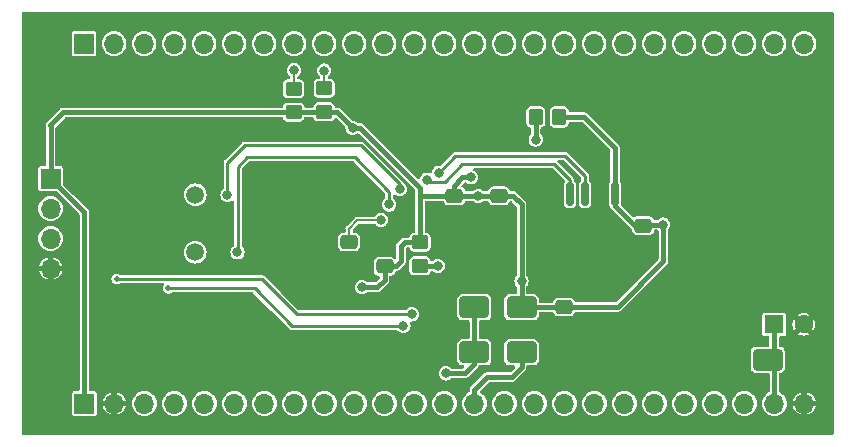
<source format=gbr>
%TF.GenerationSoftware,KiCad,Pcbnew,7.0.9*%
%TF.CreationDate,2024-02-22T17:01:58-03:00*%
%TF.ProjectId,CPU Stm32G431,43505520-5374-46d3-9332-473433312e6b,rev?*%
%TF.SameCoordinates,Original*%
%TF.FileFunction,Copper,L2,Bot*%
%TF.FilePolarity,Positive*%
%FSLAX46Y46*%
G04 Gerber Fmt 4.6, Leading zero omitted, Abs format (unit mm)*
G04 Created by KiCad (PCBNEW 7.0.9) date 2024-02-22 17:01:58*
%MOMM*%
%LPD*%
G01*
G04 APERTURE LIST*
G04 Aperture macros list*
%AMRoundRect*
0 Rectangle with rounded corners*
0 $1 Rounding radius*
0 $2 $3 $4 $5 $6 $7 $8 $9 X,Y pos of 4 corners*
0 Add a 4 corners polygon primitive as box body*
4,1,4,$2,$3,$4,$5,$6,$7,$8,$9,$2,$3,0*
0 Add four circle primitives for the rounded corners*
1,1,$1+$1,$2,$3*
1,1,$1+$1,$4,$5*
1,1,$1+$1,$6,$7*
1,1,$1+$1,$8,$9*
0 Add four rect primitives between the rounded corners*
20,1,$1+$1,$2,$3,$4,$5,0*
20,1,$1+$1,$4,$5,$6,$7,0*
20,1,$1+$1,$6,$7,$8,$9,0*
20,1,$1+$1,$8,$9,$2,$3,0*%
G04 Aperture macros list end*
%TA.AperFunction,ComponentPad*%
%ADD10R,1.600000X1.600000*%
%TD*%
%TA.AperFunction,ComponentPad*%
%ADD11C,1.600000*%
%TD*%
%TA.AperFunction,ComponentPad*%
%ADD12C,1.500000*%
%TD*%
%TA.AperFunction,ComponentPad*%
%ADD13R,1.700000X1.700000*%
%TD*%
%TA.AperFunction,ComponentPad*%
%ADD14O,1.700000X1.700000*%
%TD*%
%TA.AperFunction,SMDPad,CuDef*%
%ADD15RoundRect,0.250000X-0.475000X0.337500X-0.475000X-0.337500X0.475000X-0.337500X0.475000X0.337500X0*%
%TD*%
%TA.AperFunction,SMDPad,CuDef*%
%ADD16RoundRect,0.250000X-1.000000X-0.650000X1.000000X-0.650000X1.000000X0.650000X-1.000000X0.650000X0*%
%TD*%
%TA.AperFunction,SMDPad,CuDef*%
%ADD17RoundRect,0.150000X0.150000X-0.825000X0.150000X0.825000X-0.150000X0.825000X-0.150000X-0.825000X0*%
%TD*%
%TA.AperFunction,SMDPad,CuDef*%
%ADD18RoundRect,0.250000X-0.450000X0.350000X-0.450000X-0.350000X0.450000X-0.350000X0.450000X0.350000X0*%
%TD*%
%TA.AperFunction,SMDPad,CuDef*%
%ADD19RoundRect,0.250000X0.475000X-0.337500X0.475000X0.337500X-0.475000X0.337500X-0.475000X-0.337500X0*%
%TD*%
%TA.AperFunction,SMDPad,CuDef*%
%ADD20RoundRect,0.250000X1.000000X0.650000X-1.000000X0.650000X-1.000000X-0.650000X1.000000X-0.650000X0*%
%TD*%
%TA.AperFunction,SMDPad,CuDef*%
%ADD21RoundRect,0.250000X0.350000X0.450000X-0.350000X0.450000X-0.350000X-0.450000X0.350000X-0.450000X0*%
%TD*%
%TA.AperFunction,SMDPad,CuDef*%
%ADD22RoundRect,0.250000X0.450000X-0.350000X0.450000X0.350000X-0.450000X0.350000X-0.450000X-0.350000X0*%
%TD*%
%TA.AperFunction,ViaPad*%
%ADD23C,0.500000*%
%TD*%
%TA.AperFunction,ViaPad*%
%ADD24C,0.800000*%
%TD*%
%TA.AperFunction,Conductor*%
%ADD25C,0.250000*%
%TD*%
%TA.AperFunction,Conductor*%
%ADD26C,0.400000*%
%TD*%
%TA.AperFunction,Conductor*%
%ADD27C,0.200000*%
%TD*%
G04 APERTURE END LIST*
D10*
%TO.P,C5,1*%
%TO.N,VCC*%
X177774888Y-112970000D03*
D11*
%TO.P,C5,2*%
%TO.N,GND*%
X180274888Y-112970000D03*
%TD*%
D12*
%TO.P,Y1,1,1*%
%TO.N,OSC1*%
X128760000Y-106870000D03*
%TO.P,Y1,2,2*%
%TO.N,OSC2*%
X128760000Y-101990000D03*
%TD*%
D13*
%TO.P,J1,1,Pin_1*%
%TO.N,VDD*%
X116505000Y-100620000D03*
D14*
%TO.P,J1,2,Pin_2*%
%TO.N,/Mcu/SWDIO*%
X116505000Y-103160000D03*
%TO.P,J1,3,Pin_3*%
%TO.N,/Mcu/SWCLK*%
X116505000Y-105700000D03*
%TO.P,J1,4,Pin_4*%
%TO.N,GND*%
X116505000Y-108240000D03*
%TD*%
D15*
%TO.P,C11,1*%
%TO.N,GND*%
X144780000Y-105982500D03*
%TO.P,C11,2*%
%TO.N,VDD*%
X144780000Y-108057500D03*
%TD*%
D16*
%TO.P,D1,1,K*%
%TO.N,VDDBAT*%
X152380000Y-111520000D03*
%TO.P,D1,2,A*%
%TO.N,VDD*%
X156380000Y-111520000D03*
%TD*%
D17*
%TO.P,U3,1,A0*%
%TO.N,GND*%
X164285000Y-106895000D03*
%TO.P,U3,2,A1*%
X163015000Y-106895000D03*
%TO.P,U3,3,A2*%
X161745000Y-106895000D03*
%TO.P,U3,4,GND*%
X160475000Y-106895000D03*
%TO.P,U3,5,SDA*%
%TO.N,SDA*%
X160475000Y-101945000D03*
%TO.P,U3,6,SCL*%
%TO.N,SCL*%
X161745000Y-101945000D03*
%TO.P,U3,7,WP*%
%TO.N,GND*%
X163015000Y-101945000D03*
%TO.P,U3,8,VCC*%
%TO.N,VDD*%
X164285000Y-101945000D03*
%TD*%
D18*
%TO.P,R4,1*%
%TO.N,SDA*%
X137080000Y-93020000D03*
%TO.P,R4,2*%
%TO.N,VDD*%
X137080000Y-95020000D03*
%TD*%
D19*
%TO.P,C12,1*%
%TO.N,GND*%
X150680000Y-104157500D03*
%TO.P,C12,2*%
%TO.N,VDD*%
X150680000Y-102082500D03*
%TD*%
D13*
%TO.P,J2,1,Pin_1*%
%TO.N,VDD*%
X119370000Y-119670000D03*
D14*
%TO.P,J2,2,Pin_2*%
%TO.N,GND*%
X121910000Y-119670000D03*
%TO.P,J2,3,Pin_3*%
%TO.N,/Mcu/PA15*%
X124450000Y-119670000D03*
%TO.P,J2,4,Pin_4*%
%TO.N,/Mcu/PC10*%
X126990000Y-119670000D03*
%TO.P,J2,5,Pin_5*%
%TO.N,/Mcu/PC11*%
X129530000Y-119670000D03*
%TO.P,J2,6,Pin_6*%
%TO.N,/Mcu/PC12*%
X132070000Y-119670000D03*
%TO.P,J2,7,Pin_7*%
%TO.N,/Mcu/PD2*%
X134610000Y-119670000D03*
%TO.P,J2,8,Pin_8*%
%TO.N,/Mcu/PB3*%
X137150000Y-119670000D03*
%TO.P,J2,9,Pin_9*%
%TO.N,/Mcu/PB4*%
X139690000Y-119670000D03*
%TO.P,J2,10,Pin_10*%
%TO.N,/Mcu/PB5*%
X142230000Y-119670000D03*
%TO.P,J2,11,Pin_11*%
%TO.N,/Mcu/PB6*%
X144770000Y-119670000D03*
%TO.P,J2,12,Pin_12*%
%TO.N,/Mcu/PB7*%
X147310000Y-119670000D03*
%TO.P,J2,13,Pin_13*%
%TO.N,/Mcu/PB9*%
X149850000Y-119670000D03*
%TO.P,J2,14,Pin_14*%
%TO.N,VBT1*%
X152390000Y-119670000D03*
%TO.P,J2,15,Pin_15*%
%TO.N,/Mcu/PC13*%
X154930000Y-119670000D03*
%TO.P,J2,16,Pin_16*%
%TO.N,/Mcu/PC0*%
X157470000Y-119670000D03*
%TO.P,J2,17,Pin_17*%
%TO.N,/Mcu/PC1*%
X160010000Y-119670000D03*
%TO.P,J2,18,Pin_18*%
%TO.N,/Mcu/PC2*%
X162550000Y-119670000D03*
%TO.P,J2,19,Pin_19*%
%TO.N,/Mcu/PC3*%
X165090000Y-119670000D03*
%TO.P,J2,20,Pin_20*%
%TO.N,/Mcu/PA0*%
X167630000Y-119670000D03*
%TO.P,J2,21,Pin_21*%
%TO.N,/Mcu/PA1*%
X170170000Y-119670000D03*
%TO.P,J2,22,Pin_22*%
%TO.N,/Mcu/PA2*%
X172710000Y-119670000D03*
%TO.P,J2,23,Pin_23*%
%TO.N,/Mcu/PA3*%
X175250000Y-119670000D03*
%TO.P,J2,24,Pin_24*%
%TO.N,VCC*%
X177790000Y-119670000D03*
%TO.P,J2,25,Pin_25*%
%TO.N,GND*%
X180330000Y-119670000D03*
%TD*%
D16*
%TO.P,D2,1,K*%
%TO.N,VDDBAT*%
X152380000Y-115320000D03*
%TO.P,D2,2,A*%
%TO.N,VBT1*%
X156380000Y-115320000D03*
%TD*%
D19*
%TO.P,C9,1*%
%TO.N,GND*%
X159980000Y-113557500D03*
%TO.P,C9,2*%
%TO.N,VDD*%
X159980000Y-111482500D03*
%TD*%
D13*
%TO.P,J3,1,Pin_1*%
%TO.N,unconnected-(J3-Pin_1-Pad1)*%
X119340000Y-89190000D03*
D14*
%TO.P,J3,2,Pin_2*%
%TO.N,unconnected-(J3-Pin_2-Pad2)*%
X121880000Y-89190000D03*
%TO.P,J3,3,Pin_3*%
%TO.N,/Mcu/PA12*%
X124420000Y-89190000D03*
%TO.P,J3,4,Pin_4*%
%TO.N,/Mcu/PA11*%
X126960000Y-89190000D03*
%TO.P,J3,5,Pin_5*%
%TO.N,/Mcu/PA10*%
X129500000Y-89190000D03*
%TO.P,J3,6,Pin_6*%
%TO.N,/Mcu/PA9*%
X132040000Y-89190000D03*
%TO.P,J3,7,Pin_7*%
%TO.N,/Mcu/PA8*%
X134580000Y-89190000D03*
%TO.P,J3,8,Pin_8*%
%TO.N,SDA*%
X137120000Y-89190000D03*
%TO.P,J3,9,Pin_9*%
%TO.N,SCL*%
X139660000Y-89190000D03*
%TO.P,J3,10,Pin_10*%
%TO.N,/Mcu/PC7*%
X142200000Y-89190000D03*
%TO.P,J3,11,Pin_11*%
%TO.N,/Mcu/PC6*%
X144740000Y-89190000D03*
%TO.P,J3,12,Pin_12*%
%TO.N,/Mcu/PB15*%
X147280000Y-89190000D03*
%TO.P,J3,13,Pin_13*%
%TO.N,/Mcu/PB14*%
X149820000Y-89190000D03*
%TO.P,J3,14,Pin_14*%
%TO.N,/Mcu/PB13*%
X152360000Y-89190000D03*
%TO.P,J3,15,Pin_15*%
%TO.N,/Mcu/PB12*%
X154900000Y-89190000D03*
%TO.P,J3,16,Pin_16*%
%TO.N,/Mcu/PB11*%
X157440000Y-89190000D03*
%TO.P,J3,17,Pin_17*%
%TO.N,/Mcu/PB2*%
X159980000Y-89190000D03*
%TO.P,J3,18,Pin_18*%
%TO.N,/Mcu/PB1*%
X162520000Y-89190000D03*
%TO.P,J3,19,Pin_19*%
%TO.N,/Mcu/PB0*%
X165060000Y-89190000D03*
%TO.P,J3,20,Pin_20*%
%TO.N,/Mcu/PC5*%
X167600000Y-89190000D03*
%TO.P,J3,21,Pin_21*%
%TO.N,/Mcu/PC4*%
X170140000Y-89190000D03*
%TO.P,J3,22,Pin_22*%
%TO.N,/Mcu/PA7*%
X172680000Y-89190000D03*
%TO.P,J3,23,Pin_23*%
%TO.N,/Mcu/PA6*%
X175220000Y-89190000D03*
%TO.P,J3,24,Pin_24*%
%TO.N,/Mcu/PA5*%
X177760000Y-89190000D03*
%TO.P,J3,25,Pin_25*%
%TO.N,/Mcu/PA4*%
X180300000Y-89190000D03*
%TD*%
D19*
%TO.P,C17,1*%
%TO.N,GND*%
X166680000Y-106695000D03*
%TO.P,C17,2*%
%TO.N,VDD*%
X166680000Y-104620000D03*
%TD*%
%TO.P,C16,1*%
%TO.N,GND*%
X141780000Y-108057500D03*
%TO.P,C16,2*%
%TO.N,Net-(U2-PB8)*%
X141780000Y-105982500D03*
%TD*%
D20*
%TO.P,D5,1,A1*%
%TO.N,GND*%
X181240000Y-115970000D03*
%TO.P,D5,2,A2*%
%TO.N,VCC*%
X177240000Y-115970000D03*
%TD*%
D18*
%TO.P,R5,1*%
%TO.N,SCL*%
X139680000Y-92980000D03*
%TO.P,R5,2*%
%TO.N,VDD*%
X139680000Y-94980000D03*
%TD*%
D19*
%TO.P,C13,1*%
%TO.N,GND*%
X154480000Y-104157500D03*
%TO.P,C13,2*%
%TO.N,VDD*%
X154480000Y-102082500D03*
%TD*%
D21*
%TO.P,R2,1*%
%TO.N,VDD*%
X159580000Y-95420000D03*
%TO.P,R2,2*%
%TO.N,Net-(D3-A)*%
X157580000Y-95420000D03*
%TD*%
D22*
%TO.P,R1,1*%
%TO.N,/Mcu/NRST*%
X147780000Y-108020000D03*
%TO.P,R1,2*%
%TO.N,VDD*%
X147780000Y-106020000D03*
%TD*%
D23*
%TO.N,RTC2*%
X122120000Y-109120000D03*
%TO.N,RTC1*%
X126480000Y-109920000D03*
D24*
%TO.N,GND*%
X120800000Y-96370000D03*
X169910000Y-109750000D03*
X144710000Y-96370000D03*
X151880000Y-107620000D03*
X179090000Y-109750000D03*
X155490000Y-96370000D03*
X133680000Y-100220000D03*
X149020000Y-104160000D03*
X176270000Y-100890000D03*
X159780000Y-109760000D03*
X123700000Y-115560000D03*
X133680000Y-96370000D03*
X180810000Y-100840000D03*
X164300000Y-109760000D03*
X116510000Y-115610000D03*
%TO.N,OSC1*%
X132330000Y-106870000D03*
X145180000Y-102820000D03*
%TO.N,OSC2*%
X146080000Y-101520000D03*
X131480000Y-102020000D03*
%TO.N,RTC1*%
X146380000Y-113120000D03*
%TO.N,RTC2*%
X147080000Y-112120000D03*
%TO.N,VDD*%
X168380000Y-104520000D03*
X152080000Y-100520000D03*
X142080000Y-96320000D03*
X156380000Y-109320000D03*
X152717500Y-102082500D03*
X142880000Y-109820000D03*
%TO.N,/Mcu/NRST*%
X149280000Y-108020000D03*
%TO.N,Net-(U2-PB8)*%
X144480000Y-104120000D03*
%TO.N,VDDBAT*%
X149980000Y-117120000D03*
%TO.N,Net-(D3-A)*%
X157580000Y-97320000D03*
%TO.N,SDA*%
X137120000Y-91460000D03*
X148380000Y-100720000D03*
%TO.N,SCL*%
X149380000Y-100120000D03*
X139680000Y-91480000D03*
%TD*%
D25*
%TO.N,RTC2*%
X134380000Y-109120000D02*
X122120000Y-109120000D01*
X137380000Y-112120000D02*
X134380000Y-109120000D01*
X147080000Y-112120000D02*
X137380000Y-112120000D01*
%TO.N,RTC1*%
X126480000Y-109920000D02*
X133780000Y-109920000D01*
X136980000Y-113120000D02*
X146380000Y-113120000D01*
X133780000Y-109920000D02*
X136980000Y-113120000D01*
%TO.N,OSC1*%
X145180000Y-101720000D02*
X142280000Y-98820000D01*
X145180000Y-102820000D02*
X145180000Y-101720000D01*
X142280000Y-98820000D02*
X133180000Y-98820000D01*
X132380000Y-99620000D02*
X132380000Y-106820000D01*
X133180000Y-98820000D02*
X132380000Y-99620000D01*
X132380000Y-106820000D02*
X132330000Y-106870000D01*
%TO.N,OSC2*%
X131480000Y-99270000D02*
X131480000Y-102020000D01*
X146080000Y-101120000D02*
X142780000Y-97820000D01*
X146080000Y-101520000D02*
X146080000Y-101120000D01*
X142780000Y-97820000D02*
X132930000Y-97820000D01*
X132930000Y-97820000D02*
X131480000Y-99270000D01*
D26*
%TO.N,VCC*%
X177790000Y-116520000D02*
X177240000Y-115970000D01*
X177790000Y-119670000D02*
X177790000Y-116520000D01*
X177774888Y-115435112D02*
X177774888Y-113290000D01*
X177240000Y-115970000D02*
X177774888Y-115435112D01*
X177774888Y-113290000D02*
X177824888Y-113340000D01*
%TO.N,VDD*%
X116480000Y-96120000D02*
X116505000Y-96145000D01*
X165880000Y-104520000D02*
X168380000Y-104520000D01*
X116505000Y-96145000D02*
X116505000Y-100620000D01*
X147780000Y-102082500D02*
X150680000Y-102082500D01*
X155642500Y-102082500D02*
X154480000Y-102082500D01*
X144780000Y-109220000D02*
X144180000Y-109820000D01*
X156380000Y-111520000D02*
X159942500Y-111520000D01*
X142680000Y-96320000D02*
X142080000Y-96320000D01*
X119370000Y-120140000D02*
X119370000Y-103485000D01*
X164285000Y-101945000D02*
X164285000Y-102925000D01*
X168380000Y-107620000D02*
X168380000Y-104520000D01*
X119370000Y-103485000D02*
X116505000Y-100620000D01*
X147780000Y-101420000D02*
X142680000Y-96320000D01*
X147780000Y-102082500D02*
X147780000Y-101420000D01*
X144780000Y-108057500D02*
X144780000Y-109220000D01*
X156380000Y-102820000D02*
X155642500Y-102082500D01*
X161680000Y-95420000D02*
X164285000Y-98025000D01*
X146480000Y-106020000D02*
X147780000Y-106020000D01*
X146180000Y-106320000D02*
X146480000Y-106020000D01*
X151380000Y-100520000D02*
X152080000Y-100520000D01*
X137080000Y-95020000D02*
X140780000Y-95020000D01*
X150680000Y-101220000D02*
X151380000Y-100520000D01*
X159980000Y-111482500D02*
X164517500Y-111482500D01*
X152717500Y-102082500D02*
X150680000Y-102082500D01*
X164285000Y-102925000D02*
X165880000Y-104520000D01*
X164285000Y-98025000D02*
X164285000Y-101945000D01*
X159580000Y-95420000D02*
X161680000Y-95420000D01*
X147780000Y-106020000D02*
X147780000Y-102082500D01*
X144780000Y-108057500D02*
X145742500Y-108057500D01*
X156380000Y-111520000D02*
X156380000Y-102820000D01*
X164517500Y-111482500D02*
X168380000Y-107620000D01*
X152717500Y-102082500D02*
X154480000Y-102082500D01*
X150680000Y-102082500D02*
X150680000Y-101220000D01*
X137080000Y-95020000D02*
X117580000Y-95020000D01*
X145742500Y-108057500D02*
X146180000Y-107620000D01*
X117580000Y-95020000D02*
X116480000Y-96120000D01*
X159942500Y-111520000D02*
X159980000Y-111482500D01*
X140780000Y-95020000D02*
X142080000Y-96320000D01*
X146180000Y-107620000D02*
X146180000Y-106320000D01*
X144180000Y-109820000D02*
X142880000Y-109820000D01*
%TO.N,/Mcu/NRST*%
X147780000Y-108020000D02*
X149280000Y-108020000D01*
D27*
%TO.N,Net-(U2-PB8)*%
X141780000Y-105982500D02*
X141780000Y-104857500D01*
X144480000Y-104120000D02*
X144442500Y-104157500D01*
X144442500Y-104157500D02*
X142480000Y-104157500D01*
X141780000Y-104857500D02*
X142480000Y-104157500D01*
D26*
%TO.N,VDDBAT*%
X151580000Y-117120000D02*
X149980000Y-117120000D01*
X152380000Y-111520000D02*
X152380000Y-115320000D01*
X152380000Y-115320000D02*
X152380000Y-116320000D01*
D27*
X152390000Y-116030000D02*
X152380000Y-116020000D01*
D26*
X152380000Y-116320000D02*
X151580000Y-117120000D01*
%TO.N,VBT1*%
X152390000Y-118510000D02*
X153480000Y-117420000D01*
X152390000Y-120140000D02*
X152390000Y-118510000D01*
X153480000Y-117420000D02*
X155580000Y-117420000D01*
X155580000Y-117420000D02*
X156380000Y-116620000D01*
X156380000Y-116620000D02*
X156380000Y-115320000D01*
%TO.N,Net-(D3-A)*%
X157580000Y-95420000D02*
X157580000Y-97320000D01*
D25*
%TO.N,SDA*%
X151372893Y-99420000D02*
X149872893Y-100920000D01*
X160475000Y-101945000D02*
X160475000Y-100745000D01*
X148580000Y-100920000D02*
X148380000Y-100720000D01*
D27*
X137080000Y-91500000D02*
X137120000Y-91460000D01*
D25*
X149872893Y-100920000D02*
X148580000Y-100920000D01*
X160475000Y-100745000D02*
X159150000Y-99420000D01*
D27*
X137080000Y-93020000D02*
X137080000Y-91500000D01*
D25*
X159150000Y-99420000D02*
X151372893Y-99420000D01*
%TO.N,SCL*%
X161745000Y-100385000D02*
X161745000Y-101945000D01*
X160080000Y-98720000D02*
X161745000Y-100385000D01*
D27*
X139680000Y-92980000D02*
X139680000Y-91480000D01*
D25*
X149380000Y-100120000D02*
X150780000Y-98720000D01*
X150780000Y-98720000D02*
X160080000Y-98720000D01*
%TD*%
%TA.AperFunction,Conductor*%
%TO.N,GND*%
G36*
X182747539Y-86519685D02*
G01*
X182793294Y-86572489D01*
X182804500Y-86624000D01*
X182804500Y-122200500D01*
X182784815Y-122267539D01*
X182732011Y-122313294D01*
X182680500Y-122324500D01*
X114199500Y-122324500D01*
X114132461Y-122304815D01*
X114086706Y-122252011D01*
X114075500Y-122200500D01*
X114075500Y-107989999D01*
X115535839Y-107989999D01*
X115535840Y-107990000D01*
X116071314Y-107990000D01*
X116045507Y-108030156D01*
X116005000Y-108168111D01*
X116005000Y-108311889D01*
X116045507Y-108449844D01*
X116071314Y-108490000D01*
X115535840Y-108490000D01*
X115576652Y-108624541D01*
X115669503Y-108798253D01*
X115669507Y-108798260D01*
X115794471Y-108950528D01*
X115946739Y-109075491D01*
X116120465Y-109168349D01*
X116255000Y-109209159D01*
X116255000Y-108675501D01*
X116362685Y-108724680D01*
X116469237Y-108740000D01*
X116540763Y-108740000D01*
X116647315Y-108724680D01*
X116755000Y-108675501D01*
X116755000Y-109209159D01*
X116889534Y-109168349D01*
X117063260Y-109075491D01*
X117215528Y-108950528D01*
X117340492Y-108798260D01*
X117340496Y-108798253D01*
X117433347Y-108624541D01*
X117474160Y-108490000D01*
X116938686Y-108490000D01*
X116964493Y-108449844D01*
X117005000Y-108311889D01*
X117005000Y-108168111D01*
X116964493Y-108030156D01*
X116938686Y-107990000D01*
X117474160Y-107990000D01*
X117474160Y-107989999D01*
X117433347Y-107855458D01*
X117340496Y-107681746D01*
X117340492Y-107681739D01*
X117215528Y-107529471D01*
X117063260Y-107404507D01*
X117063253Y-107404503D01*
X116889541Y-107311652D01*
X116755000Y-107270839D01*
X116755000Y-107804498D01*
X116647315Y-107755320D01*
X116540763Y-107740000D01*
X116469237Y-107740000D01*
X116362685Y-107755320D01*
X116255000Y-107804498D01*
X116255000Y-107270839D01*
X116254999Y-107270839D01*
X116120458Y-107311652D01*
X115946746Y-107404503D01*
X115946739Y-107404507D01*
X115794471Y-107529471D01*
X115669507Y-107681739D01*
X115669503Y-107681746D01*
X115576652Y-107855458D01*
X115535839Y-107989999D01*
X114075500Y-107989999D01*
X114075500Y-105700000D01*
X115449417Y-105700000D01*
X115469699Y-105905932D01*
X115477987Y-105933253D01*
X115529768Y-106103954D01*
X115627315Y-106286450D01*
X115627317Y-106286452D01*
X115758589Y-106446410D01*
X115829372Y-106504499D01*
X115918550Y-106577685D01*
X116101046Y-106675232D01*
X116299066Y-106735300D01*
X116299065Y-106735300D01*
X116317529Y-106737118D01*
X116505000Y-106755583D01*
X116710934Y-106735300D01*
X116908954Y-106675232D01*
X117091450Y-106577685D01*
X117251410Y-106446410D01*
X117382685Y-106286450D01*
X117480232Y-106103954D01*
X117540300Y-105905934D01*
X117560583Y-105700000D01*
X117540300Y-105494066D01*
X117480232Y-105296046D01*
X117382685Y-105113550D01*
X117330702Y-105050209D01*
X117251410Y-104953589D01*
X117108906Y-104836641D01*
X117091450Y-104822315D01*
X116908954Y-104724768D01*
X116710934Y-104664700D01*
X116710932Y-104664699D01*
X116710934Y-104664699D01*
X116505000Y-104644417D01*
X116299067Y-104664699D01*
X116101043Y-104724769D01*
X116027276Y-104764199D01*
X115918550Y-104822315D01*
X115918548Y-104822316D01*
X115918547Y-104822317D01*
X115758589Y-104953589D01*
X115627317Y-105113547D01*
X115627315Y-105113550D01*
X115596937Y-105170382D01*
X115529769Y-105296043D01*
X115469699Y-105494067D01*
X115449417Y-105700000D01*
X114075500Y-105700000D01*
X114075500Y-103160000D01*
X115449417Y-103160000D01*
X115469699Y-103365932D01*
X115486576Y-103421567D01*
X115529768Y-103563954D01*
X115627315Y-103746450D01*
X115627317Y-103746452D01*
X115758589Y-103906410D01*
X115855209Y-103985702D01*
X115918550Y-104037685D01*
X116101046Y-104135232D01*
X116299066Y-104195300D01*
X116299065Y-104195300D01*
X116317529Y-104197118D01*
X116505000Y-104215583D01*
X116710934Y-104195300D01*
X116908954Y-104135232D01*
X117091450Y-104037685D01*
X117251410Y-103906410D01*
X117382685Y-103746450D01*
X117480232Y-103563954D01*
X117540300Y-103365934D01*
X117560583Y-103160000D01*
X117540300Y-102954066D01*
X117480232Y-102756046D01*
X117382685Y-102573550D01*
X117324528Y-102502685D01*
X117251410Y-102413589D01*
X117091452Y-102282317D01*
X117091453Y-102282317D01*
X117091450Y-102282315D01*
X116908954Y-102184768D01*
X116710934Y-102124700D01*
X116710932Y-102124699D01*
X116710934Y-102124699D01*
X116505000Y-102104417D01*
X116299067Y-102124699D01*
X116101043Y-102184769D01*
X115990898Y-102243643D01*
X115918550Y-102282315D01*
X115918548Y-102282316D01*
X115918547Y-102282317D01*
X115758589Y-102413589D01*
X115627456Y-102573378D01*
X115627315Y-102573550D01*
X115599450Y-102625682D01*
X115529769Y-102756043D01*
X115469699Y-102954067D01*
X115449417Y-103160000D01*
X114075500Y-103160000D01*
X114075500Y-101489752D01*
X115454500Y-101489752D01*
X115466131Y-101548229D01*
X115466132Y-101548230D01*
X115510447Y-101614552D01*
X115576769Y-101658867D01*
X115576770Y-101658868D01*
X115635247Y-101670499D01*
X115635250Y-101670500D01*
X115635252Y-101670500D01*
X116937745Y-101670500D01*
X117004784Y-101690185D01*
X117025426Y-101706819D01*
X118933181Y-103614574D01*
X118966666Y-103675897D01*
X118969500Y-103702255D01*
X118969500Y-118495500D01*
X118949815Y-118562539D01*
X118897011Y-118608294D01*
X118845500Y-118619500D01*
X118500247Y-118619500D01*
X118441770Y-118631131D01*
X118441769Y-118631132D01*
X118375447Y-118675447D01*
X118331132Y-118741769D01*
X118331131Y-118741770D01*
X118319500Y-118800247D01*
X118319500Y-120539752D01*
X118331131Y-120598229D01*
X118331132Y-120598230D01*
X118375447Y-120664552D01*
X118441769Y-120708867D01*
X118441770Y-120708868D01*
X118500247Y-120720499D01*
X118500250Y-120720500D01*
X118500252Y-120720500D01*
X120239750Y-120720500D01*
X120239751Y-120720499D01*
X120254568Y-120717552D01*
X120298229Y-120708868D01*
X120298229Y-120708867D01*
X120298231Y-120708867D01*
X120364552Y-120664552D01*
X120408867Y-120598231D01*
X120408867Y-120598229D01*
X120408868Y-120598229D01*
X120420499Y-120539752D01*
X120420500Y-120539750D01*
X120420500Y-119419999D01*
X120940839Y-119419999D01*
X120940840Y-119420000D01*
X121476314Y-119420000D01*
X121450507Y-119460156D01*
X121410000Y-119598111D01*
X121410000Y-119741889D01*
X121450507Y-119879844D01*
X121476314Y-119920000D01*
X120940840Y-119920000D01*
X120981652Y-120054541D01*
X121074503Y-120228253D01*
X121074507Y-120228260D01*
X121199471Y-120380528D01*
X121351739Y-120505491D01*
X121525465Y-120598349D01*
X121660000Y-120639159D01*
X121660000Y-120105501D01*
X121767685Y-120154680D01*
X121874237Y-120170000D01*
X121945763Y-120170000D01*
X122052315Y-120154680D01*
X122160000Y-120105501D01*
X122160000Y-120639159D01*
X122294534Y-120598349D01*
X122468260Y-120505491D01*
X122620528Y-120380528D01*
X122745492Y-120228260D01*
X122745496Y-120228253D01*
X122838347Y-120054541D01*
X122879160Y-119920000D01*
X122343686Y-119920000D01*
X122369493Y-119879844D01*
X122410000Y-119741889D01*
X122410000Y-119670000D01*
X123394417Y-119670000D01*
X123414699Y-119875932D01*
X123414700Y-119875934D01*
X123474768Y-120073954D01*
X123572315Y-120256450D01*
X123572317Y-120256452D01*
X123703589Y-120416410D01*
X123800209Y-120495702D01*
X123863550Y-120547685D01*
X124046046Y-120645232D01*
X124244066Y-120705300D01*
X124244065Y-120705300D01*
X124262529Y-120707118D01*
X124450000Y-120725583D01*
X124655934Y-120705300D01*
X124853954Y-120645232D01*
X125036450Y-120547685D01*
X125196410Y-120416410D01*
X125327685Y-120256450D01*
X125425232Y-120073954D01*
X125485300Y-119875934D01*
X125505583Y-119670000D01*
X125934417Y-119670000D01*
X125954699Y-119875932D01*
X125954700Y-119875934D01*
X126014768Y-120073954D01*
X126112315Y-120256450D01*
X126112317Y-120256452D01*
X126243589Y-120416410D01*
X126340209Y-120495702D01*
X126403550Y-120547685D01*
X126586046Y-120645232D01*
X126784066Y-120705300D01*
X126784065Y-120705300D01*
X126802529Y-120707118D01*
X126990000Y-120725583D01*
X127195934Y-120705300D01*
X127393954Y-120645232D01*
X127576450Y-120547685D01*
X127736410Y-120416410D01*
X127867685Y-120256450D01*
X127965232Y-120073954D01*
X128025300Y-119875934D01*
X128045583Y-119670000D01*
X128474417Y-119670000D01*
X128494699Y-119875932D01*
X128494700Y-119875934D01*
X128554768Y-120073954D01*
X128652315Y-120256450D01*
X128652317Y-120256452D01*
X128783589Y-120416410D01*
X128880209Y-120495702D01*
X128943550Y-120547685D01*
X129126046Y-120645232D01*
X129324066Y-120705300D01*
X129324065Y-120705300D01*
X129342529Y-120707118D01*
X129530000Y-120725583D01*
X129735934Y-120705300D01*
X129933954Y-120645232D01*
X130116450Y-120547685D01*
X130276410Y-120416410D01*
X130407685Y-120256450D01*
X130505232Y-120073954D01*
X130565300Y-119875934D01*
X130585583Y-119670000D01*
X131014417Y-119670000D01*
X131034699Y-119875932D01*
X131034700Y-119875934D01*
X131094768Y-120073954D01*
X131192315Y-120256450D01*
X131192317Y-120256452D01*
X131323589Y-120416410D01*
X131420209Y-120495702D01*
X131483550Y-120547685D01*
X131666046Y-120645232D01*
X131864066Y-120705300D01*
X131864065Y-120705300D01*
X131882529Y-120707118D01*
X132070000Y-120725583D01*
X132275934Y-120705300D01*
X132473954Y-120645232D01*
X132656450Y-120547685D01*
X132816410Y-120416410D01*
X132947685Y-120256450D01*
X133045232Y-120073954D01*
X133105300Y-119875934D01*
X133125583Y-119670000D01*
X133554417Y-119670000D01*
X133574699Y-119875932D01*
X133574700Y-119875934D01*
X133634768Y-120073954D01*
X133732315Y-120256450D01*
X133732317Y-120256452D01*
X133863589Y-120416410D01*
X133960209Y-120495702D01*
X134023550Y-120547685D01*
X134206046Y-120645232D01*
X134404066Y-120705300D01*
X134404065Y-120705300D01*
X134422529Y-120707118D01*
X134610000Y-120725583D01*
X134815934Y-120705300D01*
X135013954Y-120645232D01*
X135196450Y-120547685D01*
X135356410Y-120416410D01*
X135487685Y-120256450D01*
X135585232Y-120073954D01*
X135645300Y-119875934D01*
X135665583Y-119670000D01*
X136094417Y-119670000D01*
X136114699Y-119875932D01*
X136114700Y-119875934D01*
X136174768Y-120073954D01*
X136272315Y-120256450D01*
X136272317Y-120256452D01*
X136403589Y-120416410D01*
X136500209Y-120495702D01*
X136563550Y-120547685D01*
X136746046Y-120645232D01*
X136944066Y-120705300D01*
X136944065Y-120705300D01*
X136962529Y-120707118D01*
X137150000Y-120725583D01*
X137355934Y-120705300D01*
X137553954Y-120645232D01*
X137736450Y-120547685D01*
X137896410Y-120416410D01*
X138027685Y-120256450D01*
X138125232Y-120073954D01*
X138185300Y-119875934D01*
X138205583Y-119670000D01*
X138634417Y-119670000D01*
X138654699Y-119875932D01*
X138654700Y-119875934D01*
X138714768Y-120073954D01*
X138812315Y-120256450D01*
X138812317Y-120256452D01*
X138943589Y-120416410D01*
X139040209Y-120495702D01*
X139103550Y-120547685D01*
X139286046Y-120645232D01*
X139484066Y-120705300D01*
X139484065Y-120705300D01*
X139502529Y-120707118D01*
X139690000Y-120725583D01*
X139895934Y-120705300D01*
X140093954Y-120645232D01*
X140276450Y-120547685D01*
X140436410Y-120416410D01*
X140567685Y-120256450D01*
X140665232Y-120073954D01*
X140725300Y-119875934D01*
X140745583Y-119670000D01*
X141174417Y-119670000D01*
X141194699Y-119875932D01*
X141194700Y-119875934D01*
X141254768Y-120073954D01*
X141352315Y-120256450D01*
X141352317Y-120256452D01*
X141483589Y-120416410D01*
X141580209Y-120495702D01*
X141643550Y-120547685D01*
X141826046Y-120645232D01*
X142024066Y-120705300D01*
X142024065Y-120705300D01*
X142042529Y-120707118D01*
X142230000Y-120725583D01*
X142435934Y-120705300D01*
X142633954Y-120645232D01*
X142816450Y-120547685D01*
X142976410Y-120416410D01*
X143107685Y-120256450D01*
X143205232Y-120073954D01*
X143265300Y-119875934D01*
X143285583Y-119670000D01*
X143714417Y-119670000D01*
X143734699Y-119875932D01*
X143734700Y-119875934D01*
X143794768Y-120073954D01*
X143892315Y-120256450D01*
X143892317Y-120256452D01*
X144023589Y-120416410D01*
X144120209Y-120495702D01*
X144183550Y-120547685D01*
X144366046Y-120645232D01*
X144564066Y-120705300D01*
X144564065Y-120705300D01*
X144582529Y-120707118D01*
X144770000Y-120725583D01*
X144975934Y-120705300D01*
X145173954Y-120645232D01*
X145356450Y-120547685D01*
X145516410Y-120416410D01*
X145647685Y-120256450D01*
X145745232Y-120073954D01*
X145805300Y-119875934D01*
X145825583Y-119670000D01*
X146254417Y-119670000D01*
X146274699Y-119875932D01*
X146274700Y-119875934D01*
X146334768Y-120073954D01*
X146432315Y-120256450D01*
X146432317Y-120256452D01*
X146563589Y-120416410D01*
X146660209Y-120495702D01*
X146723550Y-120547685D01*
X146906046Y-120645232D01*
X147104066Y-120705300D01*
X147104065Y-120705300D01*
X147122529Y-120707118D01*
X147310000Y-120725583D01*
X147515934Y-120705300D01*
X147713954Y-120645232D01*
X147896450Y-120547685D01*
X148056410Y-120416410D01*
X148187685Y-120256450D01*
X148285232Y-120073954D01*
X148345300Y-119875934D01*
X148365583Y-119670000D01*
X148794417Y-119670000D01*
X148814699Y-119875932D01*
X148814700Y-119875934D01*
X148874768Y-120073954D01*
X148972315Y-120256450D01*
X148972317Y-120256452D01*
X149103589Y-120416410D01*
X149200209Y-120495702D01*
X149263550Y-120547685D01*
X149446046Y-120645232D01*
X149644066Y-120705300D01*
X149644065Y-120705300D01*
X149662529Y-120707118D01*
X149850000Y-120725583D01*
X150055934Y-120705300D01*
X150253954Y-120645232D01*
X150436450Y-120547685D01*
X150596410Y-120416410D01*
X150727685Y-120256450D01*
X150825232Y-120073954D01*
X150885300Y-119875934D01*
X150905583Y-119670000D01*
X151334417Y-119670000D01*
X151354699Y-119875932D01*
X151354700Y-119875934D01*
X151414768Y-120073954D01*
X151512315Y-120256450D01*
X151512317Y-120256452D01*
X151643589Y-120416410D01*
X151740209Y-120495702D01*
X151803550Y-120547685D01*
X151986046Y-120645232D01*
X152184066Y-120705300D01*
X152184065Y-120705300D01*
X152202529Y-120707118D01*
X152390000Y-120725583D01*
X152595934Y-120705300D01*
X152793954Y-120645232D01*
X152976450Y-120547685D01*
X153136410Y-120416410D01*
X153267685Y-120256450D01*
X153365232Y-120073954D01*
X153425300Y-119875934D01*
X153445583Y-119670000D01*
X153874417Y-119670000D01*
X153894699Y-119875932D01*
X153894700Y-119875934D01*
X153954768Y-120073954D01*
X154052315Y-120256450D01*
X154052317Y-120256452D01*
X154183589Y-120416410D01*
X154280209Y-120495702D01*
X154343550Y-120547685D01*
X154526046Y-120645232D01*
X154724066Y-120705300D01*
X154724065Y-120705300D01*
X154742529Y-120707118D01*
X154930000Y-120725583D01*
X155135934Y-120705300D01*
X155333954Y-120645232D01*
X155516450Y-120547685D01*
X155676410Y-120416410D01*
X155807685Y-120256450D01*
X155905232Y-120073954D01*
X155965300Y-119875934D01*
X155985583Y-119670000D01*
X156414417Y-119670000D01*
X156434699Y-119875932D01*
X156434700Y-119875934D01*
X156494768Y-120073954D01*
X156592315Y-120256450D01*
X156592317Y-120256452D01*
X156723589Y-120416410D01*
X156820209Y-120495702D01*
X156883550Y-120547685D01*
X157066046Y-120645232D01*
X157264066Y-120705300D01*
X157264065Y-120705300D01*
X157282529Y-120707118D01*
X157470000Y-120725583D01*
X157675934Y-120705300D01*
X157873954Y-120645232D01*
X158056450Y-120547685D01*
X158216410Y-120416410D01*
X158347685Y-120256450D01*
X158445232Y-120073954D01*
X158505300Y-119875934D01*
X158525583Y-119670000D01*
X158954417Y-119670000D01*
X158974699Y-119875932D01*
X158974700Y-119875934D01*
X159034768Y-120073954D01*
X159132315Y-120256450D01*
X159132317Y-120256452D01*
X159263589Y-120416410D01*
X159360209Y-120495702D01*
X159423550Y-120547685D01*
X159606046Y-120645232D01*
X159804066Y-120705300D01*
X159804065Y-120705300D01*
X159822529Y-120707118D01*
X160010000Y-120725583D01*
X160215934Y-120705300D01*
X160413954Y-120645232D01*
X160596450Y-120547685D01*
X160756410Y-120416410D01*
X160887685Y-120256450D01*
X160985232Y-120073954D01*
X161045300Y-119875934D01*
X161065583Y-119670000D01*
X161494417Y-119670000D01*
X161514699Y-119875932D01*
X161514700Y-119875934D01*
X161574768Y-120073954D01*
X161672315Y-120256450D01*
X161672317Y-120256452D01*
X161803589Y-120416410D01*
X161900209Y-120495702D01*
X161963550Y-120547685D01*
X162146046Y-120645232D01*
X162344066Y-120705300D01*
X162344065Y-120705300D01*
X162362529Y-120707118D01*
X162550000Y-120725583D01*
X162755934Y-120705300D01*
X162953954Y-120645232D01*
X163136450Y-120547685D01*
X163296410Y-120416410D01*
X163427685Y-120256450D01*
X163525232Y-120073954D01*
X163585300Y-119875934D01*
X163605583Y-119670000D01*
X164034417Y-119670000D01*
X164054699Y-119875932D01*
X164054700Y-119875934D01*
X164114768Y-120073954D01*
X164212315Y-120256450D01*
X164212317Y-120256452D01*
X164343589Y-120416410D01*
X164440209Y-120495702D01*
X164503550Y-120547685D01*
X164686046Y-120645232D01*
X164884066Y-120705300D01*
X164884065Y-120705300D01*
X164902529Y-120707118D01*
X165090000Y-120725583D01*
X165295934Y-120705300D01*
X165493954Y-120645232D01*
X165676450Y-120547685D01*
X165836410Y-120416410D01*
X165967685Y-120256450D01*
X166065232Y-120073954D01*
X166125300Y-119875934D01*
X166145583Y-119670000D01*
X166574417Y-119670000D01*
X166594699Y-119875932D01*
X166594700Y-119875934D01*
X166654768Y-120073954D01*
X166752315Y-120256450D01*
X166752317Y-120256452D01*
X166883589Y-120416410D01*
X166980209Y-120495702D01*
X167043550Y-120547685D01*
X167226046Y-120645232D01*
X167424066Y-120705300D01*
X167424065Y-120705300D01*
X167442529Y-120707118D01*
X167630000Y-120725583D01*
X167835934Y-120705300D01*
X168033954Y-120645232D01*
X168216450Y-120547685D01*
X168376410Y-120416410D01*
X168507685Y-120256450D01*
X168605232Y-120073954D01*
X168665300Y-119875934D01*
X168685583Y-119670000D01*
X169114417Y-119670000D01*
X169134699Y-119875932D01*
X169134700Y-119875934D01*
X169194768Y-120073954D01*
X169292315Y-120256450D01*
X169292317Y-120256452D01*
X169423589Y-120416410D01*
X169520209Y-120495702D01*
X169583550Y-120547685D01*
X169766046Y-120645232D01*
X169964066Y-120705300D01*
X169964065Y-120705300D01*
X169982529Y-120707118D01*
X170170000Y-120725583D01*
X170375934Y-120705300D01*
X170573954Y-120645232D01*
X170756450Y-120547685D01*
X170916410Y-120416410D01*
X171047685Y-120256450D01*
X171145232Y-120073954D01*
X171205300Y-119875934D01*
X171225583Y-119670000D01*
X171654417Y-119670000D01*
X171674699Y-119875932D01*
X171674700Y-119875934D01*
X171734768Y-120073954D01*
X171832315Y-120256450D01*
X171832317Y-120256452D01*
X171963589Y-120416410D01*
X172060209Y-120495702D01*
X172123550Y-120547685D01*
X172306046Y-120645232D01*
X172504066Y-120705300D01*
X172504065Y-120705300D01*
X172522529Y-120707118D01*
X172710000Y-120725583D01*
X172915934Y-120705300D01*
X173113954Y-120645232D01*
X173296450Y-120547685D01*
X173456410Y-120416410D01*
X173587685Y-120256450D01*
X173685232Y-120073954D01*
X173745300Y-119875934D01*
X173765583Y-119670000D01*
X174194417Y-119670000D01*
X174214699Y-119875932D01*
X174214700Y-119875934D01*
X174274768Y-120073954D01*
X174372315Y-120256450D01*
X174372317Y-120256452D01*
X174503589Y-120416410D01*
X174600209Y-120495702D01*
X174663550Y-120547685D01*
X174846046Y-120645232D01*
X175044066Y-120705300D01*
X175044065Y-120705300D01*
X175062529Y-120707118D01*
X175250000Y-120725583D01*
X175455934Y-120705300D01*
X175653954Y-120645232D01*
X175836450Y-120547685D01*
X175996410Y-120416410D01*
X176127685Y-120256450D01*
X176225232Y-120073954D01*
X176285300Y-119875934D01*
X176305583Y-119670000D01*
X176285300Y-119464066D01*
X176225232Y-119266046D01*
X176127685Y-119083550D01*
X176025857Y-118959471D01*
X175996410Y-118923589D01*
X175846121Y-118800252D01*
X175836450Y-118792315D01*
X175653954Y-118694768D01*
X175455934Y-118634700D01*
X175455932Y-118634699D01*
X175455934Y-118634699D01*
X175250000Y-118614417D01*
X175044067Y-118634699D01*
X174846043Y-118694769D01*
X174783954Y-118727957D01*
X174663550Y-118792315D01*
X174663548Y-118792316D01*
X174663547Y-118792317D01*
X174503589Y-118923589D01*
X174372317Y-119083547D01*
X174274769Y-119266043D01*
X174214699Y-119464067D01*
X174194417Y-119670000D01*
X173765583Y-119670000D01*
X173745300Y-119464066D01*
X173685232Y-119266046D01*
X173587685Y-119083550D01*
X173485857Y-118959471D01*
X173456410Y-118923589D01*
X173306121Y-118800252D01*
X173296450Y-118792315D01*
X173113954Y-118694768D01*
X172915934Y-118634700D01*
X172915932Y-118634699D01*
X172915934Y-118634699D01*
X172710000Y-118614417D01*
X172504067Y-118634699D01*
X172306043Y-118694769D01*
X172243954Y-118727957D01*
X172123550Y-118792315D01*
X172123548Y-118792316D01*
X172123547Y-118792317D01*
X171963589Y-118923589D01*
X171832317Y-119083547D01*
X171734769Y-119266043D01*
X171674699Y-119464067D01*
X171654417Y-119670000D01*
X171225583Y-119670000D01*
X171205300Y-119464066D01*
X171145232Y-119266046D01*
X171047685Y-119083550D01*
X170945857Y-118959471D01*
X170916410Y-118923589D01*
X170766121Y-118800252D01*
X170756450Y-118792315D01*
X170573954Y-118694768D01*
X170375934Y-118634700D01*
X170375932Y-118634699D01*
X170375934Y-118634699D01*
X170170000Y-118614417D01*
X169964067Y-118634699D01*
X169766043Y-118694769D01*
X169703954Y-118727957D01*
X169583550Y-118792315D01*
X169583548Y-118792316D01*
X169583547Y-118792317D01*
X169423589Y-118923589D01*
X169292317Y-119083547D01*
X169194769Y-119266043D01*
X169134699Y-119464067D01*
X169114417Y-119670000D01*
X168685583Y-119670000D01*
X168665300Y-119464066D01*
X168605232Y-119266046D01*
X168507685Y-119083550D01*
X168405857Y-118959471D01*
X168376410Y-118923589D01*
X168226121Y-118800252D01*
X168216450Y-118792315D01*
X168033954Y-118694768D01*
X167835934Y-118634700D01*
X167835932Y-118634699D01*
X167835934Y-118634699D01*
X167630000Y-118614417D01*
X167424067Y-118634699D01*
X167226043Y-118694769D01*
X167163954Y-118727957D01*
X167043550Y-118792315D01*
X167043548Y-118792316D01*
X167043547Y-118792317D01*
X166883589Y-118923589D01*
X166752317Y-119083547D01*
X166654769Y-119266043D01*
X166594699Y-119464067D01*
X166574417Y-119670000D01*
X166145583Y-119670000D01*
X166125300Y-119464066D01*
X166065232Y-119266046D01*
X165967685Y-119083550D01*
X165865857Y-118959471D01*
X165836410Y-118923589D01*
X165686121Y-118800252D01*
X165676450Y-118792315D01*
X165493954Y-118694768D01*
X165295934Y-118634700D01*
X165295932Y-118634699D01*
X165295934Y-118634699D01*
X165090000Y-118614417D01*
X164884067Y-118634699D01*
X164686043Y-118694769D01*
X164623954Y-118727957D01*
X164503550Y-118792315D01*
X164503548Y-118792316D01*
X164503547Y-118792317D01*
X164343589Y-118923589D01*
X164212317Y-119083547D01*
X164114769Y-119266043D01*
X164054699Y-119464067D01*
X164034417Y-119670000D01*
X163605583Y-119670000D01*
X163585300Y-119464066D01*
X163525232Y-119266046D01*
X163427685Y-119083550D01*
X163325857Y-118959471D01*
X163296410Y-118923589D01*
X163146121Y-118800252D01*
X163136450Y-118792315D01*
X162953954Y-118694768D01*
X162755934Y-118634700D01*
X162755932Y-118634699D01*
X162755934Y-118634699D01*
X162550000Y-118614417D01*
X162344067Y-118634699D01*
X162146043Y-118694769D01*
X162083954Y-118727957D01*
X161963550Y-118792315D01*
X161963548Y-118792316D01*
X161963547Y-118792317D01*
X161803589Y-118923589D01*
X161672317Y-119083547D01*
X161574769Y-119266043D01*
X161514699Y-119464067D01*
X161494417Y-119670000D01*
X161065583Y-119670000D01*
X161045300Y-119464066D01*
X160985232Y-119266046D01*
X160887685Y-119083550D01*
X160785857Y-118959471D01*
X160756410Y-118923589D01*
X160606121Y-118800252D01*
X160596450Y-118792315D01*
X160413954Y-118694768D01*
X160215934Y-118634700D01*
X160215932Y-118634699D01*
X160215934Y-118634699D01*
X160010000Y-118614417D01*
X159804067Y-118634699D01*
X159606043Y-118694769D01*
X159543954Y-118727957D01*
X159423550Y-118792315D01*
X159423548Y-118792316D01*
X159423547Y-118792317D01*
X159263589Y-118923589D01*
X159132317Y-119083547D01*
X159034769Y-119266043D01*
X158974699Y-119464067D01*
X158954417Y-119670000D01*
X158525583Y-119670000D01*
X158505300Y-119464066D01*
X158445232Y-119266046D01*
X158347685Y-119083550D01*
X158245857Y-118959471D01*
X158216410Y-118923589D01*
X158066121Y-118800252D01*
X158056450Y-118792315D01*
X157873954Y-118694768D01*
X157675934Y-118634700D01*
X157675932Y-118634699D01*
X157675934Y-118634699D01*
X157470000Y-118614417D01*
X157264067Y-118634699D01*
X157066043Y-118694769D01*
X157003954Y-118727957D01*
X156883550Y-118792315D01*
X156883548Y-118792316D01*
X156883547Y-118792317D01*
X156723589Y-118923589D01*
X156592317Y-119083547D01*
X156494769Y-119266043D01*
X156434699Y-119464067D01*
X156414417Y-119670000D01*
X155985583Y-119670000D01*
X155965300Y-119464066D01*
X155905232Y-119266046D01*
X155807685Y-119083550D01*
X155705857Y-118959471D01*
X155676410Y-118923589D01*
X155526121Y-118800252D01*
X155516450Y-118792315D01*
X155333954Y-118694768D01*
X155135934Y-118634700D01*
X155135932Y-118634699D01*
X155135934Y-118634699D01*
X154930000Y-118614417D01*
X154724067Y-118634699D01*
X154526043Y-118694769D01*
X154463954Y-118727957D01*
X154343550Y-118792315D01*
X154343548Y-118792316D01*
X154343547Y-118792317D01*
X154183589Y-118923589D01*
X154052317Y-119083547D01*
X153954769Y-119266043D01*
X153894699Y-119464067D01*
X153874417Y-119670000D01*
X153445583Y-119670000D01*
X153425300Y-119464066D01*
X153365232Y-119266046D01*
X153267685Y-119083550D01*
X153165857Y-118959471D01*
X153136410Y-118923589D01*
X152986121Y-118800252D01*
X152976450Y-118792315D01*
X152926852Y-118765804D01*
X152877009Y-118716842D01*
X152861549Y-118648704D01*
X152885381Y-118583025D01*
X152897619Y-118568773D01*
X153609574Y-117856819D01*
X153670897Y-117823334D01*
X153697255Y-117820500D01*
X155643431Y-117820500D01*
X155643433Y-117820500D01*
X155664501Y-117813654D01*
X155683417Y-117809112D01*
X155705304Y-117805646D01*
X155725044Y-117795586D01*
X155743011Y-117788144D01*
X155764090Y-117781296D01*
X155782026Y-117768263D01*
X155798588Y-117758114D01*
X155818342Y-117748050D01*
X155833834Y-117732557D01*
X155833841Y-117732552D01*
X156692552Y-116873841D01*
X156692557Y-116873834D01*
X156708050Y-116858342D01*
X156718109Y-116838598D01*
X156728269Y-116822018D01*
X156741296Y-116804089D01*
X156748142Y-116783017D01*
X156755588Y-116765043D01*
X156765645Y-116745305D01*
X156765646Y-116745304D01*
X156769112Y-116723416D01*
X156773651Y-116704510D01*
X156780500Y-116683433D01*
X156780500Y-116674269D01*
X175789500Y-116674269D01*
X175792353Y-116704699D01*
X175792353Y-116704701D01*
X175833403Y-116822011D01*
X175837207Y-116832882D01*
X175917850Y-116942150D01*
X176027118Y-117022793D01*
X176050247Y-117030886D01*
X176155299Y-117067646D01*
X176185730Y-117070500D01*
X176185734Y-117070500D01*
X177265500Y-117070500D01*
X177332539Y-117090185D01*
X177378294Y-117142989D01*
X177389500Y-117194500D01*
X177389500Y-118618599D01*
X177369815Y-118685638D01*
X177323953Y-118727957D01*
X177203550Y-118792315D01*
X177203548Y-118792316D01*
X177203547Y-118792317D01*
X177043589Y-118923589D01*
X176912317Y-119083547D01*
X176814769Y-119266043D01*
X176754699Y-119464067D01*
X176734417Y-119670000D01*
X176754699Y-119875932D01*
X176754700Y-119875934D01*
X176814768Y-120073954D01*
X176912315Y-120256450D01*
X176912317Y-120256452D01*
X177043589Y-120416410D01*
X177140209Y-120495702D01*
X177203550Y-120547685D01*
X177386046Y-120645232D01*
X177584066Y-120705300D01*
X177584065Y-120705300D01*
X177602529Y-120707118D01*
X177790000Y-120725583D01*
X177995934Y-120705300D01*
X178193954Y-120645232D01*
X178376450Y-120547685D01*
X178536410Y-120416410D01*
X178667685Y-120256450D01*
X178765232Y-120073954D01*
X178825300Y-119875934D01*
X178845583Y-119670000D01*
X178825300Y-119464066D01*
X178811933Y-119419999D01*
X179360839Y-119419999D01*
X179360840Y-119420000D01*
X179896314Y-119420000D01*
X179870507Y-119460156D01*
X179830000Y-119598111D01*
X179830000Y-119741889D01*
X179870507Y-119879844D01*
X179896314Y-119920000D01*
X179360840Y-119920000D01*
X179401652Y-120054541D01*
X179494503Y-120228253D01*
X179494507Y-120228260D01*
X179619471Y-120380528D01*
X179771739Y-120505491D01*
X179945465Y-120598349D01*
X180080000Y-120639159D01*
X180080000Y-120105501D01*
X180187685Y-120154680D01*
X180294237Y-120170000D01*
X180365763Y-120170000D01*
X180472315Y-120154680D01*
X180580000Y-120105501D01*
X180580000Y-120639159D01*
X180714534Y-120598349D01*
X180888260Y-120505491D01*
X181040528Y-120380528D01*
X181165492Y-120228260D01*
X181165496Y-120228253D01*
X181258347Y-120054541D01*
X181299160Y-119920000D01*
X180763686Y-119920000D01*
X180789493Y-119879844D01*
X180830000Y-119741889D01*
X180830000Y-119598111D01*
X180789493Y-119460156D01*
X180763686Y-119420000D01*
X181299160Y-119420000D01*
X181299160Y-119419999D01*
X181258347Y-119285458D01*
X181165496Y-119111746D01*
X181165492Y-119111739D01*
X181040528Y-118959471D01*
X180888260Y-118834507D01*
X180888253Y-118834503D01*
X180714541Y-118741652D01*
X180580000Y-118700839D01*
X180580000Y-119234498D01*
X180472315Y-119185320D01*
X180365763Y-119170000D01*
X180294237Y-119170000D01*
X180187685Y-119185320D01*
X180080000Y-119234498D01*
X180080000Y-118700839D01*
X180079999Y-118700839D01*
X179945458Y-118741652D01*
X179771746Y-118834503D01*
X179771739Y-118834507D01*
X179619471Y-118959471D01*
X179494507Y-119111739D01*
X179494503Y-119111746D01*
X179401652Y-119285458D01*
X179360839Y-119419999D01*
X178811933Y-119419999D01*
X178765232Y-119266046D01*
X178667685Y-119083550D01*
X178565857Y-118959471D01*
X178536410Y-118923589D01*
X178386121Y-118800252D01*
X178376450Y-118792315D01*
X178256046Y-118727957D01*
X178206202Y-118678994D01*
X178190500Y-118618599D01*
X178190500Y-117193146D01*
X178210185Y-117126107D01*
X178262989Y-117080352D01*
X178302919Y-117069688D01*
X178324699Y-117067646D01*
X178324701Y-117067645D01*
X178324704Y-117067645D01*
X178419842Y-117034354D01*
X178452882Y-117022793D01*
X178562150Y-116942150D01*
X178642793Y-116832882D01*
X178666531Y-116765043D01*
X178687646Y-116704701D01*
X178687646Y-116704699D01*
X178690500Y-116674269D01*
X178690500Y-115265730D01*
X178687646Y-115235300D01*
X178687646Y-115235298D01*
X178642793Y-115107119D01*
X178642792Y-115107117D01*
X178562150Y-114997850D01*
X178452882Y-114917207D01*
X178452880Y-114917206D01*
X178324700Y-114872353D01*
X178294263Y-114869499D01*
X178293592Y-114869468D01*
X178293466Y-114869424D01*
X178291380Y-114869229D01*
X178291427Y-114868720D01*
X178227546Y-114846672D01*
X178184309Y-114791787D01*
X178175388Y-114745604D01*
X178175388Y-114094500D01*
X178195073Y-114027461D01*
X178247877Y-113981706D01*
X178299388Y-113970500D01*
X178594638Y-113970500D01*
X178594639Y-113970499D01*
X178609456Y-113967552D01*
X178653117Y-113958868D01*
X178653117Y-113958867D01*
X178653119Y-113958867D01*
X178719440Y-113914552D01*
X178763755Y-113848231D01*
X178763755Y-113848229D01*
X178763756Y-113848229D01*
X178775387Y-113789752D01*
X178775388Y-113789750D01*
X178775388Y-112970000D01*
X179320291Y-112970000D01*
X179338632Y-113156230D01*
X179392956Y-113335311D01*
X179449757Y-113441576D01*
X179876934Y-113014400D01*
X179889723Y-113095148D01*
X179947247Y-113208045D01*
X180036843Y-113297641D01*
X180149740Y-113355165D01*
X180230487Y-113367953D01*
X179803310Y-113795130D01*
X179909576Y-113851931D01*
X180088657Y-113906255D01*
X180274888Y-113924596D01*
X180461118Y-113906255D01*
X180640199Y-113851931D01*
X180746465Y-113795130D01*
X180746465Y-113795129D01*
X180319289Y-113367953D01*
X180400036Y-113355165D01*
X180512933Y-113297641D01*
X180602529Y-113208045D01*
X180660053Y-113095148D01*
X180672841Y-113014400D01*
X181100017Y-113441577D01*
X181100018Y-113441577D01*
X181156819Y-113335311D01*
X181211143Y-113156230D01*
X181229484Y-112970000D01*
X181211143Y-112783769D01*
X181156819Y-112604688D01*
X181100018Y-112498422D01*
X180672841Y-112925598D01*
X180660053Y-112844852D01*
X180602529Y-112731955D01*
X180512933Y-112642359D01*
X180400036Y-112584835D01*
X180319289Y-112572046D01*
X180746464Y-112144869D01*
X180640199Y-112088068D01*
X180461118Y-112033744D01*
X180274888Y-112015403D01*
X180088657Y-112033744D01*
X179909580Y-112088067D01*
X179803310Y-112144869D01*
X180230487Y-112572046D01*
X180149740Y-112584835D01*
X180036843Y-112642359D01*
X179947247Y-112731955D01*
X179889723Y-112844852D01*
X179876934Y-112925599D01*
X179449757Y-112498422D01*
X179392955Y-112604692D01*
X179338632Y-112783769D01*
X179320291Y-112970000D01*
X178775388Y-112970000D01*
X178775388Y-112150249D01*
X178775387Y-112150247D01*
X178763756Y-112091770D01*
X178763755Y-112091769D01*
X178719440Y-112025447D01*
X178653118Y-111981132D01*
X178653117Y-111981131D01*
X178594640Y-111969500D01*
X178594636Y-111969500D01*
X176955140Y-111969500D01*
X176955135Y-111969500D01*
X176896658Y-111981131D01*
X176896657Y-111981132D01*
X176830335Y-112025447D01*
X176786020Y-112091769D01*
X176786019Y-112091770D01*
X176774388Y-112150247D01*
X176774388Y-113789752D01*
X176786019Y-113848229D01*
X176786020Y-113848230D01*
X176830335Y-113914552D01*
X176896657Y-113958867D01*
X176896658Y-113958868D01*
X176955135Y-113970499D01*
X176955138Y-113970500D01*
X176955140Y-113970500D01*
X177250388Y-113970500D01*
X177317427Y-113990185D01*
X177363182Y-114042989D01*
X177374388Y-114094500D01*
X177374388Y-114745500D01*
X177354703Y-114812539D01*
X177301899Y-114858294D01*
X177250388Y-114869500D01*
X176185730Y-114869500D01*
X176155300Y-114872353D01*
X176155298Y-114872353D01*
X176027119Y-114917206D01*
X176027117Y-114917207D01*
X175917850Y-114997850D01*
X175837207Y-115107117D01*
X175837206Y-115107119D01*
X175792353Y-115235298D01*
X175792353Y-115235300D01*
X175789500Y-115265730D01*
X175789500Y-116674269D01*
X156780500Y-116674269D01*
X156780500Y-116556567D01*
X156780500Y-116544500D01*
X156800185Y-116477461D01*
X156852989Y-116431706D01*
X156904500Y-116420500D01*
X157434270Y-116420500D01*
X157464699Y-116417646D01*
X157464701Y-116417646D01*
X157528790Y-116395219D01*
X157592882Y-116372793D01*
X157702150Y-116292150D01*
X157782793Y-116182882D01*
X157805219Y-116118790D01*
X157827646Y-116054701D01*
X157827646Y-116054699D01*
X157830500Y-116024269D01*
X157830500Y-114615730D01*
X157827646Y-114585300D01*
X157827646Y-114585298D01*
X157782793Y-114457119D01*
X157782792Y-114457117D01*
X157702150Y-114347850D01*
X157592882Y-114267207D01*
X157592880Y-114267206D01*
X157464700Y-114222353D01*
X157434270Y-114219500D01*
X157434266Y-114219500D01*
X155325734Y-114219500D01*
X155325730Y-114219500D01*
X155295300Y-114222353D01*
X155295298Y-114222353D01*
X155167119Y-114267206D01*
X155167117Y-114267207D01*
X155057850Y-114347850D01*
X154977207Y-114457117D01*
X154977206Y-114457119D01*
X154932353Y-114585298D01*
X154932353Y-114585300D01*
X154929500Y-114615730D01*
X154929500Y-116024269D01*
X154932353Y-116054699D01*
X154932353Y-116054701D01*
X154977206Y-116182880D01*
X154977207Y-116182882D01*
X155057850Y-116292150D01*
X155167118Y-116372793D01*
X155209845Y-116387744D01*
X155295299Y-116417646D01*
X155325730Y-116420500D01*
X155325734Y-116420500D01*
X155713745Y-116420500D01*
X155780784Y-116440185D01*
X155826539Y-116492989D01*
X155836483Y-116562147D01*
X155807458Y-116625703D01*
X155801426Y-116632181D01*
X155450426Y-116983181D01*
X155389103Y-117016666D01*
X155362745Y-117019500D01*
X153543433Y-117019500D01*
X153416567Y-117019500D01*
X153416564Y-117019500D01*
X153416562Y-117019501D01*
X153395490Y-117026347D01*
X153376582Y-117030886D01*
X153354698Y-117034353D01*
X153354694Y-117034354D01*
X153334951Y-117044413D01*
X153316987Y-117051854D01*
X153295911Y-117058703D01*
X153277985Y-117071727D01*
X153261400Y-117081890D01*
X153241659Y-117091948D01*
X153241659Y-117091949D01*
X153219094Y-117114513D01*
X152084513Y-118249094D01*
X152061949Y-118271659D01*
X152061948Y-118271660D01*
X152051891Y-118291397D01*
X152041731Y-118307977D01*
X152028706Y-118325905D01*
X152028703Y-118325910D01*
X152021854Y-118346988D01*
X152014413Y-118364952D01*
X152004354Y-118384695D01*
X152000887Y-118406582D01*
X151996347Y-118425491D01*
X151989500Y-118446567D01*
X151989500Y-118618599D01*
X151969815Y-118685638D01*
X151923953Y-118727957D01*
X151803550Y-118792315D01*
X151803548Y-118792316D01*
X151803547Y-118792317D01*
X151643589Y-118923589D01*
X151512317Y-119083547D01*
X151414769Y-119266043D01*
X151354699Y-119464067D01*
X151334417Y-119670000D01*
X150905583Y-119670000D01*
X150885300Y-119464066D01*
X150825232Y-119266046D01*
X150727685Y-119083550D01*
X150625857Y-118959471D01*
X150596410Y-118923589D01*
X150446121Y-118800252D01*
X150436450Y-118792315D01*
X150253954Y-118694768D01*
X150055934Y-118634700D01*
X150055932Y-118634699D01*
X150055934Y-118634699D01*
X149850000Y-118614417D01*
X149644067Y-118634699D01*
X149446043Y-118694769D01*
X149383954Y-118727957D01*
X149263550Y-118792315D01*
X149263548Y-118792316D01*
X149263547Y-118792317D01*
X149103589Y-118923589D01*
X148972317Y-119083547D01*
X148874769Y-119266043D01*
X148814699Y-119464067D01*
X148794417Y-119670000D01*
X148365583Y-119670000D01*
X148345300Y-119464066D01*
X148285232Y-119266046D01*
X148187685Y-119083550D01*
X148085857Y-118959471D01*
X148056410Y-118923589D01*
X147906121Y-118800252D01*
X147896450Y-118792315D01*
X147713954Y-118694768D01*
X147515934Y-118634700D01*
X147515932Y-118634699D01*
X147515934Y-118634699D01*
X147310000Y-118614417D01*
X147104067Y-118634699D01*
X146906043Y-118694769D01*
X146843954Y-118727957D01*
X146723550Y-118792315D01*
X146723548Y-118792316D01*
X146723547Y-118792317D01*
X146563589Y-118923589D01*
X146432317Y-119083547D01*
X146334769Y-119266043D01*
X146274699Y-119464067D01*
X146254417Y-119670000D01*
X145825583Y-119670000D01*
X145805300Y-119464066D01*
X145745232Y-119266046D01*
X145647685Y-119083550D01*
X145545857Y-118959471D01*
X145516410Y-118923589D01*
X145366121Y-118800252D01*
X145356450Y-118792315D01*
X145173954Y-118694768D01*
X144975934Y-118634700D01*
X144975932Y-118634699D01*
X144975934Y-118634699D01*
X144770000Y-118614417D01*
X144564067Y-118634699D01*
X144366043Y-118694769D01*
X144303954Y-118727957D01*
X144183550Y-118792315D01*
X144183548Y-118792316D01*
X144183547Y-118792317D01*
X144023589Y-118923589D01*
X143892317Y-119083547D01*
X143794769Y-119266043D01*
X143734699Y-119464067D01*
X143714417Y-119670000D01*
X143285583Y-119670000D01*
X143265300Y-119464066D01*
X143205232Y-119266046D01*
X143107685Y-119083550D01*
X143005857Y-118959471D01*
X142976410Y-118923589D01*
X142826121Y-118800252D01*
X142816450Y-118792315D01*
X142633954Y-118694768D01*
X142435934Y-118634700D01*
X142435932Y-118634699D01*
X142435934Y-118634699D01*
X142230000Y-118614417D01*
X142024067Y-118634699D01*
X141826043Y-118694769D01*
X141763954Y-118727957D01*
X141643550Y-118792315D01*
X141643548Y-118792316D01*
X141643547Y-118792317D01*
X141483589Y-118923589D01*
X141352317Y-119083547D01*
X141254769Y-119266043D01*
X141194699Y-119464067D01*
X141174417Y-119670000D01*
X140745583Y-119670000D01*
X140725300Y-119464066D01*
X140665232Y-119266046D01*
X140567685Y-119083550D01*
X140465857Y-118959471D01*
X140436410Y-118923589D01*
X140286121Y-118800252D01*
X140276450Y-118792315D01*
X140093954Y-118694768D01*
X139895934Y-118634700D01*
X139895932Y-118634699D01*
X139895934Y-118634699D01*
X139690000Y-118614417D01*
X139484067Y-118634699D01*
X139286043Y-118694769D01*
X139223954Y-118727957D01*
X139103550Y-118792315D01*
X139103548Y-118792316D01*
X139103547Y-118792317D01*
X138943589Y-118923589D01*
X138812317Y-119083547D01*
X138714769Y-119266043D01*
X138654699Y-119464067D01*
X138634417Y-119670000D01*
X138205583Y-119670000D01*
X138185300Y-119464066D01*
X138125232Y-119266046D01*
X138027685Y-119083550D01*
X137925857Y-118959471D01*
X137896410Y-118923589D01*
X137746121Y-118800252D01*
X137736450Y-118792315D01*
X137553954Y-118694768D01*
X137355934Y-118634700D01*
X137355932Y-118634699D01*
X137355934Y-118634699D01*
X137150000Y-118614417D01*
X136944067Y-118634699D01*
X136746043Y-118694769D01*
X136683954Y-118727957D01*
X136563550Y-118792315D01*
X136563548Y-118792316D01*
X136563547Y-118792317D01*
X136403589Y-118923589D01*
X136272317Y-119083547D01*
X136174769Y-119266043D01*
X136114699Y-119464067D01*
X136094417Y-119670000D01*
X135665583Y-119670000D01*
X135645300Y-119464066D01*
X135585232Y-119266046D01*
X135487685Y-119083550D01*
X135385857Y-118959471D01*
X135356410Y-118923589D01*
X135206121Y-118800252D01*
X135196450Y-118792315D01*
X135013954Y-118694768D01*
X134815934Y-118634700D01*
X134815932Y-118634699D01*
X134815934Y-118634699D01*
X134610000Y-118614417D01*
X134404067Y-118634699D01*
X134206043Y-118694769D01*
X134143954Y-118727957D01*
X134023550Y-118792315D01*
X134023548Y-118792316D01*
X134023547Y-118792317D01*
X133863589Y-118923589D01*
X133732317Y-119083547D01*
X133634769Y-119266043D01*
X133574699Y-119464067D01*
X133554417Y-119670000D01*
X133125583Y-119670000D01*
X133105300Y-119464066D01*
X133045232Y-119266046D01*
X132947685Y-119083550D01*
X132845857Y-118959471D01*
X132816410Y-118923589D01*
X132666121Y-118800252D01*
X132656450Y-118792315D01*
X132473954Y-118694768D01*
X132275934Y-118634700D01*
X132275932Y-118634699D01*
X132275934Y-118634699D01*
X132070000Y-118614417D01*
X131864067Y-118634699D01*
X131666043Y-118694769D01*
X131603954Y-118727957D01*
X131483550Y-118792315D01*
X131483548Y-118792316D01*
X131483547Y-118792317D01*
X131323589Y-118923589D01*
X131192317Y-119083547D01*
X131094769Y-119266043D01*
X131034699Y-119464067D01*
X131014417Y-119670000D01*
X130585583Y-119670000D01*
X130565300Y-119464066D01*
X130505232Y-119266046D01*
X130407685Y-119083550D01*
X130305857Y-118959471D01*
X130276410Y-118923589D01*
X130126121Y-118800252D01*
X130116450Y-118792315D01*
X129933954Y-118694768D01*
X129735934Y-118634700D01*
X129735932Y-118634699D01*
X129735934Y-118634699D01*
X129530000Y-118614417D01*
X129324067Y-118634699D01*
X129126043Y-118694769D01*
X129063954Y-118727957D01*
X128943550Y-118792315D01*
X128943548Y-118792316D01*
X128943547Y-118792317D01*
X128783589Y-118923589D01*
X128652317Y-119083547D01*
X128554769Y-119266043D01*
X128494699Y-119464067D01*
X128474417Y-119670000D01*
X128045583Y-119670000D01*
X128025300Y-119464066D01*
X127965232Y-119266046D01*
X127867685Y-119083550D01*
X127765857Y-118959471D01*
X127736410Y-118923589D01*
X127586121Y-118800252D01*
X127576450Y-118792315D01*
X127393954Y-118694768D01*
X127195934Y-118634700D01*
X127195932Y-118634699D01*
X127195934Y-118634699D01*
X126990000Y-118614417D01*
X126784067Y-118634699D01*
X126586043Y-118694769D01*
X126523954Y-118727957D01*
X126403550Y-118792315D01*
X126403548Y-118792316D01*
X126403547Y-118792317D01*
X126243589Y-118923589D01*
X126112317Y-119083547D01*
X126014769Y-119266043D01*
X125954699Y-119464067D01*
X125934417Y-119670000D01*
X125505583Y-119670000D01*
X125485300Y-119464066D01*
X125425232Y-119266046D01*
X125327685Y-119083550D01*
X125225857Y-118959471D01*
X125196410Y-118923589D01*
X125046121Y-118800252D01*
X125036450Y-118792315D01*
X124853954Y-118694768D01*
X124655934Y-118634700D01*
X124655932Y-118634699D01*
X124655934Y-118634699D01*
X124450000Y-118614417D01*
X124244067Y-118634699D01*
X124046043Y-118694769D01*
X123983954Y-118727957D01*
X123863550Y-118792315D01*
X123863548Y-118792316D01*
X123863547Y-118792317D01*
X123703589Y-118923589D01*
X123572317Y-119083547D01*
X123474769Y-119266043D01*
X123414699Y-119464067D01*
X123394417Y-119670000D01*
X122410000Y-119670000D01*
X122410000Y-119598111D01*
X122369493Y-119460156D01*
X122343686Y-119420000D01*
X122879160Y-119420000D01*
X122879160Y-119419999D01*
X122838347Y-119285458D01*
X122745496Y-119111746D01*
X122745492Y-119111739D01*
X122620528Y-118959471D01*
X122468260Y-118834507D01*
X122468253Y-118834503D01*
X122294541Y-118741652D01*
X122160000Y-118700839D01*
X122160000Y-119234498D01*
X122052315Y-119185320D01*
X121945763Y-119170000D01*
X121874237Y-119170000D01*
X121767685Y-119185320D01*
X121660000Y-119234498D01*
X121660000Y-118700839D01*
X121659999Y-118700839D01*
X121525458Y-118741652D01*
X121351746Y-118834503D01*
X121351739Y-118834507D01*
X121199471Y-118959471D01*
X121074507Y-119111739D01*
X121074503Y-119111746D01*
X120981652Y-119285458D01*
X120940839Y-119419999D01*
X120420500Y-119419999D01*
X120420500Y-118800249D01*
X120420499Y-118800247D01*
X120408868Y-118741770D01*
X120408867Y-118741769D01*
X120364552Y-118675447D01*
X120298230Y-118631132D01*
X120298229Y-118631131D01*
X120239752Y-118619500D01*
X120239748Y-118619500D01*
X119894500Y-118619500D01*
X119827461Y-118599815D01*
X119781706Y-118547011D01*
X119770500Y-118495500D01*
X119770500Y-117120001D01*
X149374318Y-117120001D01*
X149394955Y-117276760D01*
X149394956Y-117276762D01*
X149455464Y-117422841D01*
X149551718Y-117548282D01*
X149677159Y-117644536D01*
X149823238Y-117705044D01*
X149901619Y-117715363D01*
X149979999Y-117725682D01*
X149980000Y-117725682D01*
X149980001Y-117725682D01*
X150032254Y-117718802D01*
X150136762Y-117705044D01*
X150282841Y-117644536D01*
X150408282Y-117548282D01*
X150408283Y-117548279D01*
X150411093Y-117546124D01*
X150476263Y-117520930D01*
X150486580Y-117520500D01*
X151643431Y-117520500D01*
X151643433Y-117520500D01*
X151664501Y-117513654D01*
X151683417Y-117509112D01*
X151705304Y-117505646D01*
X151725044Y-117495586D01*
X151743011Y-117488144D01*
X151764090Y-117481296D01*
X151782026Y-117468263D01*
X151798588Y-117458114D01*
X151818342Y-117448050D01*
X151833834Y-117432557D01*
X151833841Y-117432552D01*
X152692552Y-116573841D01*
X152692557Y-116573834D01*
X152708050Y-116558342D01*
X152718109Y-116538598D01*
X152728269Y-116522018D01*
X152741296Y-116504089D01*
X152741298Y-116504080D01*
X152745729Y-116495389D01*
X152747411Y-116496246D01*
X152780047Y-116448512D01*
X152844404Y-116421309D01*
X152858547Y-116420500D01*
X153434270Y-116420500D01*
X153464699Y-116417646D01*
X153464701Y-116417646D01*
X153528790Y-116395219D01*
X153592882Y-116372793D01*
X153702150Y-116292150D01*
X153782793Y-116182882D01*
X153805219Y-116118790D01*
X153827646Y-116054701D01*
X153827646Y-116054699D01*
X153830500Y-116024269D01*
X153830500Y-114615730D01*
X153827646Y-114585300D01*
X153827646Y-114585298D01*
X153782793Y-114457119D01*
X153782792Y-114457117D01*
X153702150Y-114347850D01*
X153592882Y-114267207D01*
X153592880Y-114267206D01*
X153464700Y-114222353D01*
X153434270Y-114219500D01*
X153434266Y-114219500D01*
X152904500Y-114219500D01*
X152837461Y-114199815D01*
X152791706Y-114147011D01*
X152780500Y-114095500D01*
X152780500Y-112744500D01*
X152800185Y-112677461D01*
X152852989Y-112631706D01*
X152904500Y-112620500D01*
X153434270Y-112620500D01*
X153464699Y-112617646D01*
X153464701Y-112617646D01*
X153551860Y-112587147D01*
X153592882Y-112572793D01*
X153702150Y-112492150D01*
X153782793Y-112382882D01*
X153819927Y-112276760D01*
X153827646Y-112254701D01*
X153827646Y-112254699D01*
X153830500Y-112224269D01*
X153830500Y-110815730D01*
X153827646Y-110785300D01*
X153827646Y-110785298D01*
X153782793Y-110657119D01*
X153782792Y-110657117D01*
X153702150Y-110547850D01*
X153592882Y-110467207D01*
X153592880Y-110467206D01*
X153464700Y-110422353D01*
X153434270Y-110419500D01*
X153434266Y-110419500D01*
X151325734Y-110419500D01*
X151325730Y-110419500D01*
X151295300Y-110422353D01*
X151295298Y-110422353D01*
X151167119Y-110467206D01*
X151167117Y-110467207D01*
X151057850Y-110547850D01*
X150977207Y-110657117D01*
X150977206Y-110657119D01*
X150932353Y-110785298D01*
X150932353Y-110785300D01*
X150929500Y-110815730D01*
X150929500Y-112224269D01*
X150932353Y-112254699D01*
X150932353Y-112254701D01*
X150977206Y-112382880D01*
X150977207Y-112382882D01*
X151057850Y-112492150D01*
X151167118Y-112572793D01*
X151201532Y-112584835D01*
X151295299Y-112617646D01*
X151325730Y-112620500D01*
X151325734Y-112620500D01*
X151855500Y-112620500D01*
X151922539Y-112640185D01*
X151968294Y-112692989D01*
X151979500Y-112744500D01*
X151979500Y-114095500D01*
X151959815Y-114162539D01*
X151907011Y-114208294D01*
X151855500Y-114219500D01*
X151325730Y-114219500D01*
X151295300Y-114222353D01*
X151295298Y-114222353D01*
X151167119Y-114267206D01*
X151167117Y-114267207D01*
X151057850Y-114347850D01*
X150977207Y-114457117D01*
X150977206Y-114457119D01*
X150932353Y-114585298D01*
X150932353Y-114585300D01*
X150929500Y-114615730D01*
X150929500Y-116024269D01*
X150932353Y-116054699D01*
X150932353Y-116054701D01*
X150977206Y-116182880D01*
X150977207Y-116182882D01*
X151057850Y-116292150D01*
X151167118Y-116372793D01*
X151209845Y-116387744D01*
X151295299Y-116417646D01*
X151325730Y-116420500D01*
X151325734Y-116420500D01*
X151413745Y-116420500D01*
X151480784Y-116440185D01*
X151526539Y-116492989D01*
X151536483Y-116562147D01*
X151507458Y-116625703D01*
X151501426Y-116632181D01*
X151450426Y-116683181D01*
X151389103Y-116716666D01*
X151362745Y-116719500D01*
X150486580Y-116719500D01*
X150419541Y-116699815D01*
X150411093Y-116693876D01*
X150408283Y-116691720D01*
X150408282Y-116691718D01*
X150282841Y-116595464D01*
X150188935Y-116556567D01*
X150136762Y-116534956D01*
X150136760Y-116534955D01*
X149980001Y-116514318D01*
X149979999Y-116514318D01*
X149823239Y-116534955D01*
X149823237Y-116534956D01*
X149677160Y-116595463D01*
X149551718Y-116691718D01*
X149455463Y-116817160D01*
X149394956Y-116963237D01*
X149394955Y-116963239D01*
X149374318Y-117119998D01*
X149374318Y-117120001D01*
X119770500Y-117120001D01*
X119770500Y-109120000D01*
X121664867Y-109120000D01*
X121683302Y-109248225D01*
X121736648Y-109365034D01*
X121737118Y-109366063D01*
X121821951Y-109463967D01*
X121930931Y-109534004D01*
X121939296Y-109536460D01*
X122055225Y-109570499D01*
X122055227Y-109570500D01*
X122055228Y-109570500D01*
X122184773Y-109570500D01*
X122184773Y-109570499D01*
X122309069Y-109534004D01*
X122416155Y-109465183D01*
X122483194Y-109445500D01*
X126023537Y-109445500D01*
X126090576Y-109465185D01*
X126136331Y-109517989D01*
X126146275Y-109587147D01*
X126117251Y-109650702D01*
X126097118Y-109673937D01*
X126097117Y-109673938D01*
X126043302Y-109791774D01*
X126024867Y-109920000D01*
X126043302Y-110048225D01*
X126093483Y-110158104D01*
X126097118Y-110166063D01*
X126181951Y-110263967D01*
X126290931Y-110334004D01*
X126326801Y-110344536D01*
X126415225Y-110370499D01*
X126415227Y-110370500D01*
X126415228Y-110370500D01*
X126544773Y-110370500D01*
X126544773Y-110370499D01*
X126669069Y-110334004D01*
X126776155Y-110265183D01*
X126843194Y-110245500D01*
X133593812Y-110245500D01*
X133660851Y-110265185D01*
X133681492Y-110281818D01*
X135210220Y-111810547D01*
X136737868Y-113338195D01*
X136741523Y-113342184D01*
X136767541Y-113373190D01*
X136767542Y-113373191D01*
X136767545Y-113373194D01*
X136796387Y-113389845D01*
X136802604Y-113393435D01*
X136807154Y-113396333D01*
X136840316Y-113419553D01*
X136840318Y-113419553D01*
X136840319Y-113419554D01*
X136845168Y-113421815D01*
X136861947Y-113428765D01*
X136866952Y-113430587D01*
X136866953Y-113430587D01*
X136866955Y-113430588D01*
X136906829Y-113437618D01*
X136912092Y-113438786D01*
X136922509Y-113441577D01*
X136951193Y-113449263D01*
X136991510Y-113445735D01*
X136996912Y-113445500D01*
X145811701Y-113445500D01*
X145878740Y-113465185D01*
X145910076Y-113494013D01*
X145951718Y-113548282D01*
X146077159Y-113644536D01*
X146223238Y-113705044D01*
X146301619Y-113715363D01*
X146379999Y-113725682D01*
X146380000Y-113725682D01*
X146380001Y-113725682D01*
X146432254Y-113718802D01*
X146536762Y-113705044D01*
X146682841Y-113644536D01*
X146808282Y-113548282D01*
X146904536Y-113422841D01*
X146965044Y-113276762D01*
X146985682Y-113120000D01*
X146965044Y-112963238D01*
X146936528Y-112894396D01*
X146929060Y-112824929D01*
X146960335Y-112762449D01*
X147020424Y-112726797D01*
X147067277Y-112724007D01*
X147076783Y-112725258D01*
X147079999Y-112725682D01*
X147080000Y-112725682D01*
X147080001Y-112725682D01*
X147132254Y-112718802D01*
X147236762Y-112705044D01*
X147382841Y-112644536D01*
X147508282Y-112548282D01*
X147604536Y-112422841D01*
X147665044Y-112276762D01*
X147685682Y-112120000D01*
X147681965Y-112091770D01*
X147665044Y-111963239D01*
X147665044Y-111963238D01*
X147604536Y-111817159D01*
X147508282Y-111691718D01*
X147382841Y-111595464D01*
X147236762Y-111534956D01*
X147236760Y-111534955D01*
X147080001Y-111514318D01*
X147079999Y-111514318D01*
X146923239Y-111534955D01*
X146923237Y-111534956D01*
X146777160Y-111595463D01*
X146651716Y-111691719D01*
X146610077Y-111745986D01*
X146553649Y-111787189D01*
X146511701Y-111794500D01*
X137566188Y-111794500D01*
X137499149Y-111774815D01*
X137478507Y-111758181D01*
X136054330Y-110334004D01*
X134622119Y-108901793D01*
X134618474Y-108897814D01*
X134592456Y-108866807D01*
X134592455Y-108866806D01*
X134574962Y-108856706D01*
X134557392Y-108846561D01*
X134552831Y-108843655D01*
X134539687Y-108834452D01*
X134519684Y-108820446D01*
X134519681Y-108820445D01*
X134514861Y-108818197D01*
X134498055Y-108811235D01*
X134493043Y-108809411D01*
X134453190Y-108802383D01*
X134447910Y-108801212D01*
X134408808Y-108790735D01*
X134373892Y-108793790D01*
X134368481Y-108794264D01*
X134363078Y-108794500D01*
X122483194Y-108794500D01*
X122416155Y-108774816D01*
X122413006Y-108772792D01*
X122309069Y-108705996D01*
X122309065Y-108705994D01*
X122309064Y-108705994D01*
X122184774Y-108669500D01*
X122184772Y-108669500D01*
X122055228Y-108669500D01*
X122055226Y-108669500D01*
X121930935Y-108705994D01*
X121930932Y-108705995D01*
X121930931Y-108705996D01*
X121901858Y-108724680D01*
X121821950Y-108776033D01*
X121737118Y-108873937D01*
X121737117Y-108873938D01*
X121683302Y-108991774D01*
X121664867Y-109120000D01*
X119770500Y-109120000D01*
X119770500Y-106870000D01*
X127804901Y-106870000D01*
X127823252Y-107056331D01*
X127823253Y-107056333D01*
X127877604Y-107235502D01*
X127965862Y-107400623D01*
X127965864Y-107400626D01*
X128084642Y-107545357D01*
X128229373Y-107664135D01*
X128229376Y-107664137D01*
X128381229Y-107745303D01*
X128394499Y-107752396D01*
X128564904Y-107804088D01*
X128573666Y-107806746D01*
X128573668Y-107806747D01*
X128590374Y-107808392D01*
X128760000Y-107825099D01*
X128946331Y-107806747D01*
X129125501Y-107752396D01*
X129290625Y-107664136D01*
X129435357Y-107545357D01*
X129554136Y-107400625D01*
X129642396Y-107235501D01*
X129696747Y-107056331D01*
X129715099Y-106870000D01*
X129696747Y-106683669D01*
X129642396Y-106504499D01*
X129608839Y-106441718D01*
X129554137Y-106339376D01*
X129554135Y-106339373D01*
X129435357Y-106194642D01*
X129290626Y-106075864D01*
X129290623Y-106075862D01*
X129125502Y-105987604D01*
X128946333Y-105933253D01*
X128946331Y-105933252D01*
X128760000Y-105914901D01*
X128573668Y-105933252D01*
X128573666Y-105933253D01*
X128394497Y-105987604D01*
X128229376Y-106075862D01*
X128229373Y-106075864D01*
X128084642Y-106194642D01*
X127965864Y-106339373D01*
X127965862Y-106339376D01*
X127877604Y-106504497D01*
X127823253Y-106683666D01*
X127823252Y-106683668D01*
X127804901Y-106870000D01*
X119770500Y-106870000D01*
X119770500Y-103421569D01*
X119770500Y-103421567D01*
X119763653Y-103400497D01*
X119759111Y-103381577D01*
X119755646Y-103359696D01*
X119745584Y-103339949D01*
X119738140Y-103321976D01*
X119731295Y-103300909D01*
X119718274Y-103282987D01*
X119708108Y-103266398D01*
X119698877Y-103248282D01*
X119698050Y-103246658D01*
X119677398Y-103226006D01*
X119677380Y-103225986D01*
X118441394Y-101990000D01*
X127804901Y-101990000D01*
X127823252Y-102176331D01*
X127823253Y-102176333D01*
X127877604Y-102355502D01*
X127965862Y-102520623D01*
X127965864Y-102520626D01*
X128084642Y-102665357D01*
X128229373Y-102784135D01*
X128229376Y-102784137D01*
X128394497Y-102872395D01*
X128394499Y-102872396D01*
X128573666Y-102926746D01*
X128573668Y-102926747D01*
X128590374Y-102928392D01*
X128760000Y-102945099D01*
X128946331Y-102926747D01*
X129125501Y-102872396D01*
X129290625Y-102784136D01*
X129435357Y-102665357D01*
X129554136Y-102520625D01*
X129642396Y-102355501D01*
X129696747Y-102176331D01*
X129712144Y-102020001D01*
X130874318Y-102020001D01*
X130894955Y-102176760D01*
X130894956Y-102176762D01*
X130951325Y-102312850D01*
X130955464Y-102322841D01*
X131051718Y-102448282D01*
X131177159Y-102544536D01*
X131323238Y-102605044D01*
X131361559Y-102610089D01*
X131479999Y-102625682D01*
X131480000Y-102625682D01*
X131480001Y-102625682D01*
X131532254Y-102618802D01*
X131636762Y-102605044D01*
X131782841Y-102544536D01*
X131855014Y-102489155D01*
X131920182Y-102463961D01*
X131988627Y-102477999D01*
X132038617Y-102526812D01*
X132054500Y-102587531D01*
X132054500Y-106263334D01*
X132034815Y-106330373D01*
X132005987Y-106361709D01*
X131979527Y-106382013D01*
X131901718Y-106441718D01*
X131805463Y-106567160D01*
X131744956Y-106713237D01*
X131744955Y-106713239D01*
X131724318Y-106869998D01*
X131724318Y-106870001D01*
X131744955Y-107026760D01*
X131744956Y-107026762D01*
X131805464Y-107172841D01*
X131901718Y-107298282D01*
X132027159Y-107394536D01*
X132173238Y-107455044D01*
X132251619Y-107465363D01*
X132329999Y-107475682D01*
X132330000Y-107475682D01*
X132330001Y-107475682D01*
X132382254Y-107468802D01*
X132486762Y-107455044D01*
X132632841Y-107394536D01*
X132758282Y-107298282D01*
X132854536Y-107172841D01*
X132915044Y-107026762D01*
X132935682Y-106870000D01*
X132915044Y-106713238D01*
X132854536Y-106567159D01*
X132758282Y-106441718D01*
X132756284Y-106440185D01*
X132754012Y-106438441D01*
X132712810Y-106382013D01*
X132711460Y-106374269D01*
X140854500Y-106374269D01*
X140857353Y-106404699D01*
X140857353Y-106404701D01*
X140892275Y-106504499D01*
X140902207Y-106532882D01*
X140982850Y-106642150D01*
X141092118Y-106722793D01*
X141127861Y-106735300D01*
X141220299Y-106767646D01*
X141250730Y-106770500D01*
X141250734Y-106770500D01*
X142309270Y-106770500D01*
X142339699Y-106767646D01*
X142339701Y-106767646D01*
X142403790Y-106745219D01*
X142467882Y-106722793D01*
X142577150Y-106642150D01*
X142657793Y-106532882D01*
X142690229Y-106440185D01*
X142702646Y-106404701D01*
X142702646Y-106404699D01*
X142705500Y-106374269D01*
X142705500Y-105590730D01*
X142702646Y-105560300D01*
X142702646Y-105560298D01*
X142657793Y-105432119D01*
X142657792Y-105432117D01*
X142639993Y-105408000D01*
X142577150Y-105322850D01*
X142467882Y-105242207D01*
X142467880Y-105242206D01*
X142339700Y-105197353D01*
X142309270Y-105194500D01*
X142309266Y-105194500D01*
X142204500Y-105194500D01*
X142137461Y-105174815D01*
X142091706Y-105122011D01*
X142080500Y-105070500D01*
X142080500Y-105033333D01*
X142100185Y-104966294D01*
X142116819Y-104945652D01*
X142568152Y-104494319D01*
X142629475Y-104460834D01*
X142655833Y-104458000D01*
X143921292Y-104458000D01*
X143988331Y-104477685D01*
X144019667Y-104506513D01*
X144051718Y-104548282D01*
X144177159Y-104644536D01*
X144323238Y-104705044D01*
X144401619Y-104715363D01*
X144479999Y-104725682D01*
X144480000Y-104725682D01*
X144480001Y-104725682D01*
X144532254Y-104718802D01*
X144636762Y-104705044D01*
X144782841Y-104644536D01*
X144908282Y-104548282D01*
X145004536Y-104422841D01*
X145065044Y-104276762D01*
X145085682Y-104120000D01*
X145078985Y-104069134D01*
X145065044Y-103963239D01*
X145065044Y-103963238D01*
X145004536Y-103817159D01*
X144908282Y-103691718D01*
X144782841Y-103595464D01*
X144636762Y-103534956D01*
X144636760Y-103534955D01*
X144480001Y-103514318D01*
X144479999Y-103514318D01*
X144323239Y-103534955D01*
X144323237Y-103534956D01*
X144177160Y-103595463D01*
X144051716Y-103691719D01*
X143962119Y-103808486D01*
X143905691Y-103849689D01*
X143863743Y-103857000D01*
X142542841Y-103857000D01*
X142534267Y-103856405D01*
X142522238Y-103854727D01*
X142522235Y-103854727D01*
X142497219Y-103855883D01*
X142474490Y-103856934D01*
X142471627Y-103857000D01*
X142452156Y-103857000D01*
X142452151Y-103857000D01*
X142452149Y-103857001D01*
X142449515Y-103857493D01*
X142440985Y-103858482D01*
X142410006Y-103859915D01*
X142410004Y-103859915D01*
X142403658Y-103862717D01*
X142376385Y-103871163D01*
X142369570Y-103872437D01*
X142369566Y-103872439D01*
X142343204Y-103888761D01*
X142335603Y-103892767D01*
X142307235Y-103905293D01*
X142302332Y-103910196D01*
X142279936Y-103927935D01*
X142274050Y-103931579D01*
X142274045Y-103931584D01*
X142255362Y-103956324D01*
X142249720Y-103962807D01*
X141611948Y-104600580D01*
X141605464Y-104606222D01*
X141595768Y-104613544D01*
X141563559Y-104648874D01*
X141561585Y-104650942D01*
X141547827Y-104664700D01*
X141547822Y-104664706D01*
X141546306Y-104666920D01*
X141540976Y-104673648D01*
X141520083Y-104696566D01*
X141520083Y-104696567D01*
X141517578Y-104703033D01*
X141504259Y-104728302D01*
X141500345Y-104734015D01*
X141500343Y-104734021D01*
X141493244Y-104764199D01*
X141490702Y-104772407D01*
X141479500Y-104801326D01*
X141479500Y-104808251D01*
X141476206Y-104836641D01*
X141474621Y-104843377D01*
X141474621Y-104843381D01*
X141478093Y-104868273D01*
X141478905Y-104874090D01*
X141479500Y-104882666D01*
X141479500Y-105070500D01*
X141459815Y-105137539D01*
X141407011Y-105183294D01*
X141355500Y-105194500D01*
X141250730Y-105194500D01*
X141220300Y-105197353D01*
X141220298Y-105197353D01*
X141092119Y-105242206D01*
X141092117Y-105242207D01*
X140982850Y-105322850D01*
X140902207Y-105432117D01*
X140902206Y-105432119D01*
X140857353Y-105560298D01*
X140857353Y-105560300D01*
X140854500Y-105590730D01*
X140854500Y-106374269D01*
X132711460Y-106374269D01*
X132705500Y-106340067D01*
X132705500Y-99806188D01*
X132725185Y-99739149D01*
X132741819Y-99718507D01*
X133278507Y-99181819D01*
X133339830Y-99148334D01*
X133366188Y-99145500D01*
X142093812Y-99145500D01*
X142160851Y-99165185D01*
X142181493Y-99181819D01*
X144818181Y-101818507D01*
X144851666Y-101879830D01*
X144854500Y-101906188D01*
X144854500Y-102251699D01*
X144834815Y-102318738D01*
X144805988Y-102350074D01*
X144751720Y-102391715D01*
X144655463Y-102517160D01*
X144594956Y-102663237D01*
X144594955Y-102663239D01*
X144574318Y-102819998D01*
X144574318Y-102820001D01*
X144594955Y-102976760D01*
X144594956Y-102976762D01*
X144655464Y-103122841D01*
X144751718Y-103248282D01*
X144877159Y-103344536D01*
X145023238Y-103405044D01*
X145101619Y-103415363D01*
X145179999Y-103425682D01*
X145180000Y-103425682D01*
X145180001Y-103425682D01*
X145232254Y-103418802D01*
X145336762Y-103405044D01*
X145482841Y-103344536D01*
X145608282Y-103248282D01*
X145704536Y-103122841D01*
X145765044Y-102976762D01*
X145785314Y-102822793D01*
X145785682Y-102820001D01*
X145785682Y-102819998D01*
X145771923Y-102715492D01*
X145765044Y-102663238D01*
X145704536Y-102517159D01*
X145608282Y-102391718D01*
X145608280Y-102391716D01*
X145608279Y-102391715D01*
X145554012Y-102350074D01*
X145512810Y-102293646D01*
X145505500Y-102251699D01*
X145505500Y-102087531D01*
X145525185Y-102020492D01*
X145577989Y-101974737D01*
X145647147Y-101964793D01*
X145704985Y-101989155D01*
X145743995Y-102019088D01*
X145777157Y-102044535D01*
X145777158Y-102044535D01*
X145777159Y-102044536D01*
X145923238Y-102105044D01*
X145991403Y-102114018D01*
X146079999Y-102125682D01*
X146080000Y-102125682D01*
X146080001Y-102125682D01*
X146168597Y-102114018D01*
X146236762Y-102105044D01*
X146382841Y-102044536D01*
X146508282Y-101948282D01*
X146604536Y-101822841D01*
X146665044Y-101676762D01*
X146681965Y-101548231D01*
X146685682Y-101520001D01*
X146685682Y-101519998D01*
X146665044Y-101363239D01*
X146665044Y-101363238D01*
X146604536Y-101217159D01*
X146508282Y-101091718D01*
X146508280Y-101091717D01*
X146508280Y-101091716D01*
X146446792Y-101044535D01*
X146412792Y-101018446D01*
X146388052Y-100987609D01*
X146385777Y-100989203D01*
X146356340Y-100947163D01*
X146353433Y-100942599D01*
X146333196Y-100907548D01*
X146333195Y-100907547D01*
X146333194Y-100907545D01*
X146302177Y-100881518D01*
X146298193Y-100877867D01*
X144661517Y-99241191D01*
X143022119Y-97601793D01*
X143018474Y-97597814D01*
X142992456Y-97566807D01*
X142992455Y-97566806D01*
X142981058Y-97560226D01*
X142957392Y-97546561D01*
X142952831Y-97543655D01*
X142939687Y-97534452D01*
X142919684Y-97520446D01*
X142919681Y-97520445D01*
X142914861Y-97518197D01*
X142898055Y-97511235D01*
X142893043Y-97509411D01*
X142853190Y-97502383D01*
X142847910Y-97501212D01*
X142808808Y-97490735D01*
X142773892Y-97493790D01*
X142768481Y-97494264D01*
X142763078Y-97494500D01*
X132946922Y-97494500D01*
X132941518Y-97494264D01*
X132936107Y-97493790D01*
X132901192Y-97490735D01*
X132901191Y-97490735D01*
X132862091Y-97501212D01*
X132856811Y-97502383D01*
X132816959Y-97509410D01*
X132811961Y-97511229D01*
X132795117Y-97518206D01*
X132790313Y-97520446D01*
X132757166Y-97543656D01*
X132752606Y-97546562D01*
X132717548Y-97566804D01*
X132717540Y-97566810D01*
X132691523Y-97597815D01*
X132687869Y-97601804D01*
X131261803Y-99027870D01*
X131257814Y-99031525D01*
X131226805Y-99057545D01*
X131206562Y-99092606D01*
X131203656Y-99097166D01*
X131180446Y-99130313D01*
X131178206Y-99135117D01*
X131171229Y-99151961D01*
X131169410Y-99156959D01*
X131162383Y-99196811D01*
X131161212Y-99202091D01*
X131150735Y-99241191D01*
X131153483Y-99272594D01*
X131154140Y-99280102D01*
X131154264Y-99281513D01*
X131154500Y-99286920D01*
X131154500Y-101451699D01*
X131134815Y-101518738D01*
X131105988Y-101550074D01*
X131051720Y-101591715D01*
X130955463Y-101717160D01*
X130894956Y-101863237D01*
X130894955Y-101863239D01*
X130874318Y-102019998D01*
X130874318Y-102020001D01*
X129712144Y-102020001D01*
X129715099Y-101990000D01*
X129696747Y-101803669D01*
X129642396Y-101624499D01*
X129603009Y-101550811D01*
X129554137Y-101459376D01*
X129554135Y-101459373D01*
X129435357Y-101314642D01*
X129290626Y-101195864D01*
X129290623Y-101195862D01*
X129125502Y-101107604D01*
X128946333Y-101053253D01*
X128946331Y-101053252D01*
X128760000Y-101034901D01*
X128573668Y-101053252D01*
X128573666Y-101053253D01*
X128394497Y-101107604D01*
X128229376Y-101195862D01*
X128229373Y-101195864D01*
X128084642Y-101314642D01*
X127965864Y-101459373D01*
X127965862Y-101459376D01*
X127877604Y-101624497D01*
X127823253Y-101803666D01*
X127823252Y-101803668D01*
X127804901Y-101990000D01*
X118441394Y-101990000D01*
X117591819Y-101140425D01*
X117558334Y-101079102D01*
X117555500Y-101052744D01*
X117555500Y-99750249D01*
X117555499Y-99750247D01*
X117543868Y-99691770D01*
X117543867Y-99691769D01*
X117499552Y-99625447D01*
X117433230Y-99581132D01*
X117433229Y-99581131D01*
X117374752Y-99569500D01*
X117374748Y-99569500D01*
X117029500Y-99569500D01*
X116962461Y-99549815D01*
X116916706Y-99497011D01*
X116905500Y-99445500D01*
X116905500Y-96312255D01*
X116925185Y-96245216D01*
X116941819Y-96224574D01*
X117709574Y-95456819D01*
X117770897Y-95423334D01*
X117797255Y-95420500D01*
X136082404Y-95420500D01*
X136149443Y-95440185D01*
X136195198Y-95492989D01*
X136199445Y-95503544D01*
X136212768Y-95541618D01*
X136227207Y-95582882D01*
X136307850Y-95692150D01*
X136417118Y-95772793D01*
X136459845Y-95787744D01*
X136545299Y-95817646D01*
X136575730Y-95820500D01*
X136575734Y-95820500D01*
X137584270Y-95820500D01*
X137614699Y-95817646D01*
X137614701Y-95817646D01*
X137678790Y-95795219D01*
X137742882Y-95772793D01*
X137852150Y-95692150D01*
X137932793Y-95582882D01*
X137950827Y-95531341D01*
X137960555Y-95503544D01*
X138001277Y-95446769D01*
X138066230Y-95421022D01*
X138077596Y-95420500D01*
X138696401Y-95420500D01*
X138763440Y-95440185D01*
X138809195Y-95492989D01*
X138813443Y-95503546D01*
X138827206Y-95542881D01*
X138827207Y-95542882D01*
X138907850Y-95652150D01*
X139017118Y-95732793D01*
X139023300Y-95734956D01*
X139145299Y-95777646D01*
X139175730Y-95780500D01*
X139175734Y-95780500D01*
X140184270Y-95780500D01*
X140214699Y-95777646D01*
X140214701Y-95777646D01*
X140278790Y-95755219D01*
X140342882Y-95732793D01*
X140452150Y-95652150D01*
X140532793Y-95542882D01*
X140532792Y-95542882D01*
X140533726Y-95541618D01*
X140589373Y-95499367D01*
X140659029Y-95493908D01*
X140720579Y-95526975D01*
X140721177Y-95527570D01*
X141438597Y-96244990D01*
X141472082Y-96306313D01*
X141473855Y-96316485D01*
X141474318Y-96320000D01*
X141494956Y-96476762D01*
X141555464Y-96622841D01*
X141651718Y-96748282D01*
X141777159Y-96844536D01*
X141923238Y-96905044D01*
X142001619Y-96915363D01*
X142079999Y-96925682D01*
X142080000Y-96925682D01*
X142080001Y-96925682D01*
X142132254Y-96918802D01*
X142236762Y-96905044D01*
X142382841Y-96844536D01*
X142441025Y-96799889D01*
X142506194Y-96774696D01*
X142574638Y-96788734D01*
X142604192Y-96810585D01*
X147343181Y-101549573D01*
X147376666Y-101610896D01*
X147379500Y-101637254D01*
X147379500Y-102041224D01*
X147377973Y-102060623D01*
X147374508Y-102082499D01*
X147374508Y-102082500D01*
X147377973Y-102104376D01*
X147379500Y-102123775D01*
X147379500Y-105096853D01*
X147359815Y-105163892D01*
X147307011Y-105209647D01*
X147267079Y-105220311D01*
X147245300Y-105222353D01*
X147245298Y-105222353D01*
X147117119Y-105267206D01*
X147117117Y-105267207D01*
X147007850Y-105347850D01*
X146927207Y-105457117D01*
X146899445Y-105536456D01*
X146858723Y-105593231D01*
X146793770Y-105618978D01*
X146782404Y-105619500D01*
X146416567Y-105619500D01*
X146395491Y-105626347D01*
X146376582Y-105630887D01*
X146354695Y-105634354D01*
X146334952Y-105644413D01*
X146316988Y-105651854D01*
X146295910Y-105658703D01*
X146295905Y-105658706D01*
X146277977Y-105671731D01*
X146261397Y-105681891D01*
X146241660Y-105691948D01*
X146241659Y-105691949D01*
X146219094Y-105714513D01*
X145874513Y-106059094D01*
X145851949Y-106081659D01*
X145851948Y-106081660D01*
X145841891Y-106101397D01*
X145831731Y-106117977D01*
X145818706Y-106135905D01*
X145818703Y-106135910D01*
X145811854Y-106156988D01*
X145804413Y-106174952D01*
X145794354Y-106194695D01*
X145790887Y-106216582D01*
X145786347Y-106235491D01*
X145779500Y-106256567D01*
X145779500Y-107301561D01*
X145759815Y-107368600D01*
X145707011Y-107414355D01*
X145637853Y-107424299D01*
X145581866Y-107401331D01*
X145577150Y-107397850D01*
X145467882Y-107317207D01*
X145467880Y-107317206D01*
X145339700Y-107272353D01*
X145309270Y-107269500D01*
X145309266Y-107269500D01*
X144250734Y-107269500D01*
X144250730Y-107269500D01*
X144220300Y-107272353D01*
X144220298Y-107272353D01*
X144092119Y-107317206D01*
X144092117Y-107317207D01*
X143982850Y-107397850D01*
X143902207Y-107507117D01*
X143902206Y-107507119D01*
X143857353Y-107635298D01*
X143857353Y-107635300D01*
X143854500Y-107665730D01*
X143854500Y-108449269D01*
X143857353Y-108479699D01*
X143857353Y-108479701D01*
X143901214Y-108605044D01*
X143902207Y-108607882D01*
X143982850Y-108717150D01*
X144092118Y-108797793D01*
X144130533Y-108811235D01*
X144220299Y-108842646D01*
X144250730Y-108845500D01*
X144250734Y-108845500D01*
X144255500Y-108845500D01*
X144322539Y-108865185D01*
X144368294Y-108917989D01*
X144379500Y-108969500D01*
X144379500Y-109002745D01*
X144359815Y-109069784D01*
X144343181Y-109090426D01*
X144050426Y-109383181D01*
X143989103Y-109416666D01*
X143962745Y-109419500D01*
X143386580Y-109419500D01*
X143319541Y-109399815D01*
X143311093Y-109393876D01*
X143308283Y-109391720D01*
X143308282Y-109391718D01*
X143182841Y-109295464D01*
X143153788Y-109283430D01*
X143036762Y-109234956D01*
X143036760Y-109234955D01*
X142880001Y-109214318D01*
X142879999Y-109214318D01*
X142723239Y-109234955D01*
X142723237Y-109234956D01*
X142577160Y-109295463D01*
X142451718Y-109391718D01*
X142355463Y-109517160D01*
X142294956Y-109663237D01*
X142294955Y-109663239D01*
X142274318Y-109819998D01*
X142274318Y-109820001D01*
X142294955Y-109976760D01*
X142294956Y-109976762D01*
X142355464Y-110122841D01*
X142451718Y-110248282D01*
X142577159Y-110344536D01*
X142723238Y-110405044D01*
X142801619Y-110415363D01*
X142879999Y-110425682D01*
X142880000Y-110425682D01*
X142880001Y-110425682D01*
X142932254Y-110418802D01*
X143036762Y-110405044D01*
X143182841Y-110344536D01*
X143308282Y-110248282D01*
X143308283Y-110248279D01*
X143311093Y-110246124D01*
X143376263Y-110220930D01*
X143386580Y-110220500D01*
X144243431Y-110220500D01*
X144243433Y-110220500D01*
X144264501Y-110213654D01*
X144283417Y-110209112D01*
X144305304Y-110205646D01*
X144325044Y-110195586D01*
X144343011Y-110188144D01*
X144364090Y-110181296D01*
X144382026Y-110168263D01*
X144398588Y-110158114D01*
X144418342Y-110148050D01*
X144433834Y-110132557D01*
X144433841Y-110132552D01*
X144589633Y-109976760D01*
X145085483Y-109480909D01*
X145108050Y-109458342D01*
X145118107Y-109438601D01*
X145128277Y-109422007D01*
X145132158Y-109416666D01*
X145141296Y-109404090D01*
X145148142Y-109383016D01*
X145155585Y-109365047D01*
X145165646Y-109345304D01*
X145169112Y-109323417D01*
X145173655Y-109304498D01*
X145180500Y-109283433D01*
X145180500Y-109156567D01*
X145180500Y-108969500D01*
X145200185Y-108902461D01*
X145252989Y-108856706D01*
X145304500Y-108845500D01*
X145309270Y-108845500D01*
X145339699Y-108842646D01*
X145339701Y-108842646D01*
X145423225Y-108813419D01*
X145467882Y-108797793D01*
X145577150Y-108717150D01*
X145657793Y-108607882D01*
X145681181Y-108541044D01*
X145721903Y-108484268D01*
X145786856Y-108458522D01*
X145798222Y-108458000D01*
X145805931Y-108458000D01*
X145805933Y-108458000D01*
X145827001Y-108451154D01*
X145845917Y-108446612D01*
X145867804Y-108443146D01*
X145887544Y-108433086D01*
X145905511Y-108425644D01*
X145909743Y-108424269D01*
X146879500Y-108424269D01*
X146882353Y-108454699D01*
X146882353Y-108454701D01*
X146927206Y-108582880D01*
X146927207Y-108582882D01*
X147007850Y-108692150D01*
X147117118Y-108772793D01*
X147159845Y-108787744D01*
X147245299Y-108817646D01*
X147275730Y-108820500D01*
X147275734Y-108820500D01*
X148284270Y-108820500D01*
X148314699Y-108817646D01*
X148314701Y-108817646D01*
X148381521Y-108794264D01*
X148442882Y-108772793D01*
X148552150Y-108692150D01*
X148632793Y-108582882D01*
X148659671Y-108506067D01*
X148700391Y-108449295D01*
X148765343Y-108423547D01*
X148833905Y-108437003D01*
X148852187Y-108448642D01*
X148977159Y-108544536D01*
X149123238Y-108605044D01*
X149201619Y-108615363D01*
X149279999Y-108625682D01*
X149280000Y-108625682D01*
X149280001Y-108625682D01*
X149332254Y-108618802D01*
X149436762Y-108605044D01*
X149582841Y-108544536D01*
X149708282Y-108448282D01*
X149804536Y-108322841D01*
X149865044Y-108176762D01*
X149885682Y-108020000D01*
X149881732Y-107990000D01*
X149865044Y-107863239D01*
X149865044Y-107863238D01*
X149804536Y-107717159D01*
X149708282Y-107591718D01*
X149582841Y-107495464D01*
X149570678Y-107490426D01*
X149436762Y-107434956D01*
X149436760Y-107434955D01*
X149280001Y-107414318D01*
X149279999Y-107414318D01*
X149123239Y-107434955D01*
X149123237Y-107434956D01*
X148977157Y-107495464D01*
X148852197Y-107591350D01*
X148787028Y-107616544D01*
X148718583Y-107602506D01*
X148668594Y-107553692D01*
X148659672Y-107533936D01*
X148632793Y-107457118D01*
X148552150Y-107347850D01*
X148442882Y-107267207D01*
X148442880Y-107267206D01*
X148314700Y-107222353D01*
X148284270Y-107219500D01*
X148284266Y-107219500D01*
X147275734Y-107219500D01*
X147275730Y-107219500D01*
X147245300Y-107222353D01*
X147245298Y-107222353D01*
X147117119Y-107267206D01*
X147117117Y-107267207D01*
X147007850Y-107347850D01*
X146927207Y-107457117D01*
X146927206Y-107457119D01*
X146882353Y-107585298D01*
X146882353Y-107585300D01*
X146879500Y-107615730D01*
X146879500Y-108424269D01*
X145909743Y-108424269D01*
X145926590Y-108418796D01*
X145944526Y-108405763D01*
X145961088Y-108395614D01*
X145980842Y-108385550D01*
X145996334Y-108370057D01*
X145996341Y-108370052D01*
X146054504Y-108311889D01*
X146485483Y-107880909D01*
X146508050Y-107858342D01*
X146518109Y-107838597D01*
X146528271Y-107822014D01*
X146541296Y-107804090D01*
X146548141Y-107783022D01*
X146555586Y-107765045D01*
X146565646Y-107745304D01*
X146569112Y-107723415D01*
X146573654Y-107704498D01*
X146580499Y-107683433D01*
X146580499Y-107654076D01*
X146580500Y-107654051D01*
X146580500Y-106544500D01*
X146600185Y-106477461D01*
X146652989Y-106431706D01*
X146704500Y-106420500D01*
X146782404Y-106420500D01*
X146849443Y-106440185D01*
X146895198Y-106492989D01*
X146899445Y-106503544D01*
X146921705Y-106567159D01*
X146927207Y-106582882D01*
X147007850Y-106692150D01*
X147117118Y-106772793D01*
X147159845Y-106787744D01*
X147245299Y-106817646D01*
X147275730Y-106820500D01*
X147275734Y-106820500D01*
X148284270Y-106820500D01*
X148314699Y-106817646D01*
X148314701Y-106817646D01*
X148378790Y-106795219D01*
X148442882Y-106772793D01*
X148552150Y-106692150D01*
X148632793Y-106582882D01*
X148660221Y-106504497D01*
X148677646Y-106454701D01*
X148677646Y-106454699D01*
X148680500Y-106424269D01*
X148680500Y-105615730D01*
X148677646Y-105585300D01*
X148677646Y-105585298D01*
X148632793Y-105457119D01*
X148632792Y-105457117D01*
X148614342Y-105432118D01*
X148552150Y-105347850D01*
X148442882Y-105267207D01*
X148442880Y-105267206D01*
X148314700Y-105222353D01*
X148292921Y-105220311D01*
X148228013Y-105194453D01*
X148187388Y-105137607D01*
X148180500Y-105096853D01*
X148180500Y-102607000D01*
X148200185Y-102539961D01*
X148252989Y-102494206D01*
X148304500Y-102483000D01*
X149661778Y-102483000D01*
X149728817Y-102502685D01*
X149774572Y-102555489D01*
X149778819Y-102566044D01*
X149799688Y-102625682D01*
X149802207Y-102632882D01*
X149882850Y-102742150D01*
X149992118Y-102822793D01*
X150024440Y-102834103D01*
X150120299Y-102867646D01*
X150150730Y-102870500D01*
X150150734Y-102870500D01*
X151209270Y-102870500D01*
X151239699Y-102867646D01*
X151239701Y-102867646D01*
X151303790Y-102845219D01*
X151367882Y-102822793D01*
X151477150Y-102742150D01*
X151557793Y-102632882D01*
X151578555Y-102573547D01*
X151581181Y-102566044D01*
X151621903Y-102509268D01*
X151686856Y-102483522D01*
X151698222Y-102483000D01*
X152210920Y-102483000D01*
X152277959Y-102502685D01*
X152286407Y-102508624D01*
X152289216Y-102510779D01*
X152289218Y-102510782D01*
X152414659Y-102607036D01*
X152560738Y-102667544D01*
X152617046Y-102674957D01*
X152717499Y-102688182D01*
X152717500Y-102688182D01*
X152717501Y-102688182D01*
X152769754Y-102681302D01*
X152874262Y-102667544D01*
X153020341Y-102607036D01*
X153145782Y-102510782D01*
X153145783Y-102510779D01*
X153148593Y-102508624D01*
X153213763Y-102483430D01*
X153224080Y-102483000D01*
X153461778Y-102483000D01*
X153528817Y-102502685D01*
X153574572Y-102555489D01*
X153578819Y-102566044D01*
X153599688Y-102625682D01*
X153602207Y-102632882D01*
X153682850Y-102742150D01*
X153792118Y-102822793D01*
X153824440Y-102834103D01*
X153920299Y-102867646D01*
X153950730Y-102870500D01*
X153950734Y-102870500D01*
X155009270Y-102870500D01*
X155039699Y-102867646D01*
X155039701Y-102867646D01*
X155103790Y-102845219D01*
X155167882Y-102822793D01*
X155277150Y-102742150D01*
X155357793Y-102632882D01*
X155362263Y-102620105D01*
X155402980Y-102563331D01*
X155467932Y-102537582D01*
X155536494Y-102551035D01*
X155566985Y-102573378D01*
X155943181Y-102949574D01*
X155976666Y-103010897D01*
X155979500Y-103037255D01*
X155979500Y-108813419D01*
X155959815Y-108880458D01*
X155953876Y-108888905D01*
X155855464Y-109017157D01*
X155794956Y-109163237D01*
X155794955Y-109163239D01*
X155774318Y-109319998D01*
X155774318Y-109320001D01*
X155794955Y-109476760D01*
X155794956Y-109476762D01*
X155849901Y-109609412D01*
X155855464Y-109622841D01*
X155951718Y-109748282D01*
X155951720Y-109748283D01*
X155953876Y-109751093D01*
X155979070Y-109816263D01*
X155979500Y-109826580D01*
X155979500Y-110295500D01*
X155959815Y-110362539D01*
X155907011Y-110408294D01*
X155855500Y-110419500D01*
X155325730Y-110419500D01*
X155295300Y-110422353D01*
X155295298Y-110422353D01*
X155167119Y-110467206D01*
X155167117Y-110467207D01*
X155057850Y-110547850D01*
X154977207Y-110657117D01*
X154977206Y-110657119D01*
X154932353Y-110785298D01*
X154932353Y-110785300D01*
X154929500Y-110815730D01*
X154929500Y-112224269D01*
X154932353Y-112254699D01*
X154932353Y-112254701D01*
X154977206Y-112382880D01*
X154977207Y-112382882D01*
X155057850Y-112492150D01*
X155167118Y-112572793D01*
X155201532Y-112584835D01*
X155295299Y-112617646D01*
X155325730Y-112620500D01*
X155325734Y-112620500D01*
X157434270Y-112620500D01*
X157464699Y-112617646D01*
X157464701Y-112617646D01*
X157551860Y-112587147D01*
X157592882Y-112572793D01*
X157702150Y-112492150D01*
X157782793Y-112382882D01*
X157819927Y-112276760D01*
X157827646Y-112254701D01*
X157827646Y-112254699D01*
X157830500Y-112224269D01*
X157830500Y-112044500D01*
X157850185Y-111977461D01*
X157902989Y-111931706D01*
X157954500Y-111920500D01*
X158974901Y-111920500D01*
X159041940Y-111940185D01*
X159087695Y-111992989D01*
X159091934Y-112003525D01*
X159102207Y-112032882D01*
X159182850Y-112142150D01*
X159292118Y-112222793D01*
X159334845Y-112237744D01*
X159420299Y-112267646D01*
X159450730Y-112270500D01*
X159450734Y-112270500D01*
X160509270Y-112270500D01*
X160539699Y-112267646D01*
X160539701Y-112267646D01*
X160603790Y-112245219D01*
X160667882Y-112222793D01*
X160777150Y-112142150D01*
X160857793Y-112032882D01*
X160875901Y-111981132D01*
X160881181Y-111966044D01*
X160921903Y-111909268D01*
X160986856Y-111883522D01*
X160998222Y-111883000D01*
X164580931Y-111883000D01*
X164580933Y-111883000D01*
X164602001Y-111876154D01*
X164620917Y-111871612D01*
X164642804Y-111868146D01*
X164662544Y-111858086D01*
X164680511Y-111850644D01*
X164701590Y-111843796D01*
X164719526Y-111830763D01*
X164736088Y-111820614D01*
X164755842Y-111810550D01*
X164771334Y-111795057D01*
X164771341Y-111795052D01*
X168692552Y-107873841D01*
X168692557Y-107873834D01*
X168708050Y-107858342D01*
X168718114Y-107838588D01*
X168728263Y-107822026D01*
X168741296Y-107804090D01*
X168748144Y-107783011D01*
X168755589Y-107765040D01*
X168765646Y-107745304D01*
X168769112Y-107723417D01*
X168773655Y-107704498D01*
X168773657Y-107704492D01*
X168780500Y-107683433D01*
X168780500Y-107556567D01*
X168780500Y-105026580D01*
X168800185Y-104959541D01*
X168806124Y-104951093D01*
X168808279Y-104948283D01*
X168808282Y-104948282D01*
X168904536Y-104822841D01*
X168965044Y-104676762D01*
X168985682Y-104520000D01*
X168983906Y-104506513D01*
X168965044Y-104363239D01*
X168965044Y-104363238D01*
X168904536Y-104217159D01*
X168808282Y-104091718D01*
X168682841Y-103995464D01*
X168598068Y-103960350D01*
X168536762Y-103934956D01*
X168536760Y-103934955D01*
X168380001Y-103914318D01*
X168379999Y-103914318D01*
X168223239Y-103934955D01*
X168223237Y-103934956D01*
X168077160Y-103995463D01*
X168077159Y-103995464D01*
X167951718Y-104091718D01*
X167951716Y-104091720D01*
X167948907Y-104093876D01*
X167883737Y-104119070D01*
X167873420Y-104119500D01*
X167657206Y-104119500D01*
X167590167Y-104099815D01*
X167557436Y-104069134D01*
X167543708Y-104050533D01*
X167477150Y-103960350D01*
X167367882Y-103879707D01*
X167367880Y-103879706D01*
X167239700Y-103834853D01*
X167209270Y-103832000D01*
X167209266Y-103832000D01*
X166150734Y-103832000D01*
X166150730Y-103832000D01*
X166120303Y-103834853D01*
X165992117Y-103879707D01*
X165970948Y-103895331D01*
X165905319Y-103919301D01*
X165837148Y-103903985D01*
X165809634Y-103883241D01*
X164821819Y-102895426D01*
X164788334Y-102834103D01*
X164785500Y-102807745D01*
X164785500Y-101086739D01*
X164775573Y-101018608D01*
X164760419Y-100987609D01*
X164724198Y-100913517D01*
X164724196Y-100913515D01*
X164724196Y-100913514D01*
X164721819Y-100911137D01*
X164719606Y-100907085D01*
X164718227Y-100905153D01*
X164718460Y-100904986D01*
X164688334Y-100849814D01*
X164685500Y-100823456D01*
X164685500Y-97991159D01*
X164685499Y-97991129D01*
X164685499Y-97961568D01*
X164685499Y-97961567D01*
X164678653Y-97940501D01*
X164674111Y-97921580D01*
X164670646Y-97899696D01*
X164660586Y-97879952D01*
X164653140Y-97861974D01*
X164646297Y-97840913D01*
X164646296Y-97840912D01*
X164646296Y-97840910D01*
X164633269Y-97822981D01*
X164623104Y-97806392D01*
X164613050Y-97786658D01*
X164523342Y-97696950D01*
X161939287Y-95112893D01*
X161939256Y-95112864D01*
X161918342Y-95091950D01*
X161918341Y-95091949D01*
X161898600Y-95081890D01*
X161882014Y-95071726D01*
X161864090Y-95058704D01*
X161864091Y-95058704D01*
X161843018Y-95051857D01*
X161825045Y-95044412D01*
X161805307Y-95034355D01*
X161805304Y-95034354D01*
X161783418Y-95030887D01*
X161764507Y-95026346D01*
X161743439Y-95019501D01*
X161743434Y-95019500D01*
X161743433Y-95019500D01*
X161743429Y-95019500D01*
X160503147Y-95019500D01*
X160436108Y-94999815D01*
X160390353Y-94947011D01*
X160379689Y-94907079D01*
X160377646Y-94885300D01*
X160377646Y-94885298D01*
X160332793Y-94757119D01*
X160332792Y-94757117D01*
X160301349Y-94714513D01*
X160252150Y-94647850D01*
X160142882Y-94567207D01*
X160142880Y-94567206D01*
X160014700Y-94522353D01*
X159984270Y-94519500D01*
X159984266Y-94519500D01*
X159175734Y-94519500D01*
X159175730Y-94519500D01*
X159145300Y-94522353D01*
X159145298Y-94522353D01*
X159017119Y-94567206D01*
X159017117Y-94567207D01*
X158907850Y-94647850D01*
X158827207Y-94757117D01*
X158827206Y-94757119D01*
X158782353Y-94885298D01*
X158782353Y-94885300D01*
X158779500Y-94915730D01*
X158779500Y-95924269D01*
X158782353Y-95954699D01*
X158782353Y-95954701D01*
X158827206Y-96082880D01*
X158827207Y-96082882D01*
X158907850Y-96192150D01*
X159017118Y-96272793D01*
X159037755Y-96280014D01*
X159145299Y-96317646D01*
X159175730Y-96320500D01*
X159175734Y-96320500D01*
X159984270Y-96320500D01*
X160014699Y-96317646D01*
X160014701Y-96317646D01*
X160078790Y-96295219D01*
X160142882Y-96272793D01*
X160252150Y-96192150D01*
X160332793Y-96082882D01*
X160357298Y-96012850D01*
X160377646Y-95954701D01*
X160377646Y-95954699D01*
X160379689Y-95932921D01*
X160405547Y-95868013D01*
X160462393Y-95827388D01*
X160503147Y-95820500D01*
X161462745Y-95820500D01*
X161529784Y-95840185D01*
X161550426Y-95856819D01*
X163848181Y-98154573D01*
X163881666Y-98215896D01*
X163884500Y-98242254D01*
X163884500Y-100823456D01*
X163864815Y-100890495D01*
X163848181Y-100911137D01*
X163845803Y-100913514D01*
X163794426Y-101018608D01*
X163784500Y-101086739D01*
X163784500Y-102803260D01*
X163794426Y-102871391D01*
X163845803Y-102976485D01*
X163868547Y-102999229D01*
X163894616Y-103041766D01*
X163894924Y-103041610D01*
X163896915Y-103045519D01*
X163898794Y-103048584D01*
X163899351Y-103050300D01*
X163909412Y-103070045D01*
X163916857Y-103088018D01*
X163923704Y-103109090D01*
X163936726Y-103127014D01*
X163946890Y-103143600D01*
X163956950Y-103163342D01*
X163977864Y-103184256D01*
X163977893Y-103184287D01*
X165620986Y-104827380D01*
X165621006Y-104827398D01*
X165641658Y-104848050D01*
X165661398Y-104858108D01*
X165677984Y-104868272D01*
X165695911Y-104881296D01*
X165695912Y-104881296D01*
X165703383Y-104886724D01*
X165746050Y-104942053D01*
X165754500Y-104987044D01*
X165754500Y-105011769D01*
X165757353Y-105042199D01*
X165757353Y-105042201D01*
X165799936Y-105163892D01*
X165802207Y-105170382D01*
X165882850Y-105279650D01*
X165992118Y-105360293D01*
X166034845Y-105375244D01*
X166120299Y-105405146D01*
X166150730Y-105408000D01*
X166150734Y-105408000D01*
X167209270Y-105408000D01*
X167239699Y-105405146D01*
X167239701Y-105405146D01*
X167303790Y-105382719D01*
X167367882Y-105360293D01*
X167477150Y-105279650D01*
X167557793Y-105170382D01*
X167602646Y-105042199D01*
X167603515Y-105032923D01*
X167629372Y-104968016D01*
X167686216Y-104927390D01*
X167726974Y-104920500D01*
X167855500Y-104920500D01*
X167922539Y-104940185D01*
X167968294Y-104992989D01*
X167979500Y-105044500D01*
X167979500Y-107402745D01*
X167959815Y-107469784D01*
X167943181Y-107490426D01*
X164387926Y-111045681D01*
X164326603Y-111079166D01*
X164300245Y-111082000D01*
X160998222Y-111082000D01*
X160931183Y-111062315D01*
X160885428Y-111009511D01*
X160881181Y-110998956D01*
X160871467Y-110971197D01*
X160857793Y-110932118D01*
X160777150Y-110822850D01*
X160667882Y-110742207D01*
X160667880Y-110742206D01*
X160539700Y-110697353D01*
X160509270Y-110694500D01*
X160509266Y-110694500D01*
X159450734Y-110694500D01*
X159450730Y-110694500D01*
X159420300Y-110697353D01*
X159420298Y-110697353D01*
X159292119Y-110742206D01*
X159292117Y-110742207D01*
X159182850Y-110822850D01*
X159102207Y-110932117D01*
X159065697Y-111036456D01*
X159024975Y-111093231D01*
X158960022Y-111118978D01*
X158948656Y-111119500D01*
X157954500Y-111119500D01*
X157887461Y-111099815D01*
X157841706Y-111047011D01*
X157830500Y-110995500D01*
X157830500Y-110815730D01*
X157827646Y-110785300D01*
X157827646Y-110785298D01*
X157782793Y-110657119D01*
X157782792Y-110657117D01*
X157702150Y-110547850D01*
X157592882Y-110467207D01*
X157592880Y-110467206D01*
X157464700Y-110422353D01*
X157434270Y-110419500D01*
X157434266Y-110419500D01*
X156904500Y-110419500D01*
X156837461Y-110399815D01*
X156791706Y-110347011D01*
X156780500Y-110295500D01*
X156780500Y-109826580D01*
X156800185Y-109759541D01*
X156806124Y-109751093D01*
X156808279Y-109748283D01*
X156808282Y-109748282D01*
X156904536Y-109622841D01*
X156965044Y-109476762D01*
X156985682Y-109320000D01*
X156980867Y-109283430D01*
X156965044Y-109163239D01*
X156965044Y-109163238D01*
X156904536Y-109017159D01*
X156904535Y-109017158D01*
X156904535Y-109017157D01*
X156806124Y-108888905D01*
X156780930Y-108823736D01*
X156780500Y-108813419D01*
X156780500Y-102756569D01*
X156780499Y-102756565D01*
X156773651Y-102735489D01*
X156769112Y-102716582D01*
X156765646Y-102694696D01*
X156755586Y-102674953D01*
X156748144Y-102656985D01*
X156741297Y-102635911D01*
X156728266Y-102617976D01*
X156718103Y-102601389D01*
X156711042Y-102587531D01*
X156708050Y-102581658D01*
X156687639Y-102561247D01*
X156687619Y-102561225D01*
X155901787Y-101775393D01*
X155901756Y-101775364D01*
X155880842Y-101754450D01*
X155880841Y-101754449D01*
X155861100Y-101744390D01*
X155844514Y-101734226D01*
X155826590Y-101721204D01*
X155826591Y-101721204D01*
X155805518Y-101714357D01*
X155787545Y-101706912D01*
X155767807Y-101696855D01*
X155767804Y-101696854D01*
X155745918Y-101693387D01*
X155727007Y-101688846D01*
X155705939Y-101682001D01*
X155705934Y-101682000D01*
X155705933Y-101682000D01*
X155705929Y-101682000D01*
X155498222Y-101682000D01*
X155431183Y-101662315D01*
X155385428Y-101609511D01*
X155381181Y-101598956D01*
X155366837Y-101557964D01*
X155357793Y-101532118D01*
X155277150Y-101422850D01*
X155167882Y-101342207D01*
X155167880Y-101342206D01*
X155039700Y-101297353D01*
X155009270Y-101294500D01*
X155009266Y-101294500D01*
X153950734Y-101294500D01*
X153950730Y-101294500D01*
X153920300Y-101297353D01*
X153920298Y-101297353D01*
X153792119Y-101342206D01*
X153792117Y-101342207D01*
X153682850Y-101422850D01*
X153602207Y-101532117D01*
X153578819Y-101598956D01*
X153538097Y-101655732D01*
X153473144Y-101681478D01*
X153461778Y-101682000D01*
X153224080Y-101682000D01*
X153157041Y-101662315D01*
X153148593Y-101656376D01*
X153145783Y-101654220D01*
X153145782Y-101654218D01*
X153020341Y-101557964D01*
X153003072Y-101550811D01*
X152874262Y-101497456D01*
X152874260Y-101497455D01*
X152717501Y-101476818D01*
X152717499Y-101476818D01*
X152560739Y-101497455D01*
X152560737Y-101497456D01*
X152414660Y-101557963D01*
X152414659Y-101557964D01*
X152289218Y-101654218D01*
X152289216Y-101654220D01*
X152286407Y-101656376D01*
X152221237Y-101681570D01*
X152210920Y-101682000D01*
X151698222Y-101682000D01*
X151631183Y-101662315D01*
X151585428Y-101609511D01*
X151581181Y-101598956D01*
X151566837Y-101557964D01*
X151557793Y-101532118D01*
X151477150Y-101422850D01*
X151367882Y-101342207D01*
X151359669Y-101337867D01*
X151361070Y-101335215D01*
X151316838Y-101303482D01*
X151291100Y-101238526D01*
X151304565Y-101169966D01*
X151326896Y-101139496D01*
X151499226Y-100967165D01*
X151560547Y-100933682D01*
X151630238Y-100938666D01*
X151662391Y-100956472D01*
X151777157Y-101044535D01*
X151777158Y-101044535D01*
X151777159Y-101044536D01*
X151923238Y-101105044D01*
X151963010Y-101110280D01*
X152079999Y-101125682D01*
X152080000Y-101125682D01*
X152080001Y-101125682D01*
X152132254Y-101118802D01*
X152236762Y-101105044D01*
X152382841Y-101044536D01*
X152508282Y-100948282D01*
X152604536Y-100822841D01*
X152665044Y-100676762D01*
X152684030Y-100532548D01*
X152685682Y-100520001D01*
X152685682Y-100519998D01*
X152665044Y-100363239D01*
X152665044Y-100363238D01*
X152604536Y-100217159D01*
X152508282Y-100091718D01*
X152382841Y-99995464D01*
X152382840Y-99995463D01*
X152382838Y-99995462D01*
X152355312Y-99984061D01*
X152300908Y-99940221D01*
X152278843Y-99873926D01*
X152296122Y-99806227D01*
X152347259Y-99758616D01*
X152402764Y-99745500D01*
X158963812Y-99745500D01*
X159030851Y-99765185D01*
X159051493Y-99781819D01*
X160022936Y-100753262D01*
X160056421Y-100814585D01*
X160051437Y-100884277D01*
X160036179Y-100912986D01*
X160035807Y-100913506D01*
X159984426Y-101018608D01*
X159974500Y-101086739D01*
X159974500Y-102803260D01*
X159984426Y-102871391D01*
X160035803Y-102976485D01*
X160118514Y-103059196D01*
X160118515Y-103059196D01*
X160118517Y-103059198D01*
X160223607Y-103110573D01*
X160257673Y-103115536D01*
X160291739Y-103120500D01*
X160291740Y-103120500D01*
X160658261Y-103120500D01*
X160680971Y-103117191D01*
X160726393Y-103110573D01*
X160831483Y-103059198D01*
X160914198Y-102976483D01*
X160965573Y-102871393D01*
X160975500Y-102803260D01*
X160975500Y-101086740D01*
X160965573Y-101018607D01*
X160914198Y-100913517D01*
X160914196Y-100913515D01*
X160914196Y-100913514D01*
X160838120Y-100837438D01*
X160804635Y-100776115D01*
X160802273Y-100738948D01*
X160804264Y-100716193D01*
X160793782Y-100677076D01*
X160792616Y-100671818D01*
X160785588Y-100631955D01*
X160785586Y-100631952D01*
X160785586Y-100631950D01*
X160783760Y-100626933D01*
X160776820Y-100610176D01*
X160774554Y-100605319D01*
X160774554Y-100605316D01*
X160751339Y-100572162D01*
X160748433Y-100567599D01*
X160728196Y-100532548D01*
X160728195Y-100532547D01*
X160728194Y-100532545D01*
X160697177Y-100506518D01*
X160693193Y-100502867D01*
X159447507Y-99257181D01*
X159414022Y-99195858D01*
X159419006Y-99126166D01*
X159460878Y-99070233D01*
X159526342Y-99045816D01*
X159535188Y-99045500D01*
X159893812Y-99045500D01*
X159960851Y-99065185D01*
X159981493Y-99081819D01*
X161383181Y-100483507D01*
X161416666Y-100544830D01*
X161419500Y-100571188D01*
X161419500Y-100748456D01*
X161399815Y-100815495D01*
X161383181Y-100836137D01*
X161305803Y-100913514D01*
X161254426Y-101018608D01*
X161244500Y-101086739D01*
X161244500Y-102803260D01*
X161254426Y-102871391D01*
X161305803Y-102976485D01*
X161388514Y-103059196D01*
X161388515Y-103059196D01*
X161388517Y-103059198D01*
X161493607Y-103110573D01*
X161527673Y-103115536D01*
X161561739Y-103120500D01*
X161561740Y-103120500D01*
X161928261Y-103120500D01*
X161950971Y-103117191D01*
X161996393Y-103110573D01*
X162101483Y-103059198D01*
X162184198Y-102976483D01*
X162235573Y-102871393D01*
X162245500Y-102803260D01*
X162245500Y-101086740D01*
X162235573Y-101018607D01*
X162184198Y-100913517D01*
X162184196Y-100913515D01*
X162184196Y-100913514D01*
X162106819Y-100836137D01*
X162073334Y-100774814D01*
X162070500Y-100748456D01*
X162070500Y-100401920D01*
X162070736Y-100396513D01*
X162073648Y-100363239D01*
X162074264Y-100356193D01*
X162063782Y-100317076D01*
X162062616Y-100311818D01*
X162055588Y-100271955D01*
X162055586Y-100271952D01*
X162055586Y-100271950D01*
X162053760Y-100266933D01*
X162046820Y-100250176D01*
X162044554Y-100245319D01*
X162044554Y-100245316D01*
X162021339Y-100212162D01*
X162018433Y-100207599D01*
X161998196Y-100172548D01*
X161998195Y-100172547D01*
X161998194Y-100172545D01*
X161967177Y-100146518D01*
X161963193Y-100142867D01*
X161147283Y-99326957D01*
X160322119Y-98501793D01*
X160318474Y-98497814D01*
X160292456Y-98466807D01*
X160292455Y-98466806D01*
X160281058Y-98460226D01*
X160257392Y-98446561D01*
X160252831Y-98443655D01*
X160239687Y-98434452D01*
X160219684Y-98420446D01*
X160219681Y-98420445D01*
X160214861Y-98418197D01*
X160198055Y-98411235D01*
X160193043Y-98409411D01*
X160153190Y-98402383D01*
X160147910Y-98401212D01*
X160108808Y-98390735D01*
X160073892Y-98393790D01*
X160068481Y-98394264D01*
X160063078Y-98394500D01*
X150796922Y-98394500D01*
X150791518Y-98394264D01*
X150786107Y-98393790D01*
X150751192Y-98390735D01*
X150751191Y-98390735D01*
X150712091Y-98401212D01*
X150706811Y-98402383D01*
X150666959Y-98409410D01*
X150661961Y-98411229D01*
X150645117Y-98418206D01*
X150640313Y-98420446D01*
X150607166Y-98443656D01*
X150602606Y-98446562D01*
X150567548Y-98466804D01*
X150567540Y-98466810D01*
X150541523Y-98497815D01*
X150537869Y-98501804D01*
X149551684Y-99487988D01*
X149490361Y-99521473D01*
X149447818Y-99523246D01*
X149380001Y-99514318D01*
X149379999Y-99514318D01*
X149223239Y-99534955D01*
X149223237Y-99534956D01*
X149077160Y-99595463D01*
X148951718Y-99691718D01*
X148855463Y-99817160D01*
X148794956Y-99963237D01*
X148794956Y-99963238D01*
X148781259Y-100067276D01*
X148752992Y-100131172D01*
X148694668Y-100169643D01*
X148624803Y-100170474D01*
X148610868Y-100165651D01*
X148536765Y-100134957D01*
X148536760Y-100134955D01*
X148380001Y-100114318D01*
X148379999Y-100114318D01*
X148223239Y-100134955D01*
X148223237Y-100134956D01*
X148077160Y-100195463D01*
X147951718Y-100291718D01*
X147855463Y-100417160D01*
X147794956Y-100563237D01*
X147792255Y-100583752D01*
X147763986Y-100647647D01*
X147705660Y-100686116D01*
X147635795Y-100686945D01*
X147581635Y-100655243D01*
X142939287Y-96012893D01*
X142939256Y-96012864D01*
X142918342Y-95991950D01*
X142918341Y-95991949D01*
X142898600Y-95981890D01*
X142882014Y-95971726D01*
X142864090Y-95958704D01*
X142864091Y-95958704D01*
X142843018Y-95951857D01*
X142825045Y-95944412D01*
X142805307Y-95934355D01*
X142805304Y-95934354D01*
X142783418Y-95930887D01*
X142764507Y-95926346D01*
X142758114Y-95924269D01*
X156779500Y-95924269D01*
X156782353Y-95954699D01*
X156782353Y-95954701D01*
X156827206Y-96082880D01*
X156827207Y-96082882D01*
X156907850Y-96192150D01*
X157017118Y-96272793D01*
X157096458Y-96300555D01*
X157153231Y-96341275D01*
X157178978Y-96406228D01*
X157179500Y-96417595D01*
X157179500Y-96813419D01*
X157159815Y-96880458D01*
X157153876Y-96888905D01*
X157055464Y-97017157D01*
X156994956Y-97163237D01*
X156994955Y-97163239D01*
X156974318Y-97319998D01*
X156974318Y-97320001D01*
X156994955Y-97476760D01*
X156994956Y-97476762D01*
X157046750Y-97601805D01*
X157055464Y-97622841D01*
X157151718Y-97748282D01*
X157277159Y-97844536D01*
X157423238Y-97905044D01*
X157501619Y-97915363D01*
X157579999Y-97925682D01*
X157580000Y-97925682D01*
X157580001Y-97925682D01*
X157632254Y-97918802D01*
X157736762Y-97905044D01*
X157882841Y-97844536D01*
X158008282Y-97748282D01*
X158104536Y-97622841D01*
X158165044Y-97476762D01*
X158185682Y-97320000D01*
X158165044Y-97163238D01*
X158104536Y-97017159D01*
X158104535Y-97017158D01*
X158104535Y-97017157D01*
X158006124Y-96888905D01*
X157980930Y-96823736D01*
X157980500Y-96813419D01*
X157980500Y-96417595D01*
X158000185Y-96350556D01*
X158052989Y-96304801D01*
X158063523Y-96300561D01*
X158142882Y-96272793D01*
X158252150Y-96192150D01*
X158332793Y-96082882D01*
X158357298Y-96012850D01*
X158377646Y-95954701D01*
X158377646Y-95954699D01*
X158380500Y-95924269D01*
X158380500Y-94915730D01*
X158377646Y-94885300D01*
X158377646Y-94885298D01*
X158332793Y-94757119D01*
X158332792Y-94757117D01*
X158301349Y-94714513D01*
X158252150Y-94647850D01*
X158142882Y-94567207D01*
X158142880Y-94567206D01*
X158014700Y-94522353D01*
X157984270Y-94519500D01*
X157984266Y-94519500D01*
X157175734Y-94519500D01*
X157175730Y-94519500D01*
X157145300Y-94522353D01*
X157145298Y-94522353D01*
X157017119Y-94567206D01*
X157017117Y-94567207D01*
X156907850Y-94647850D01*
X156827207Y-94757117D01*
X156827206Y-94757119D01*
X156782353Y-94885298D01*
X156782353Y-94885300D01*
X156779500Y-94915730D01*
X156779500Y-95924269D01*
X142758114Y-95924269D01*
X142743439Y-95919501D01*
X142743434Y-95919500D01*
X142743433Y-95919500D01*
X142743429Y-95919500D01*
X142586580Y-95919500D01*
X142519541Y-95899815D01*
X142511093Y-95893876D01*
X142508283Y-95891720D01*
X142508282Y-95891718D01*
X142382841Y-95795464D01*
X142236762Y-95734956D01*
X142180577Y-95727559D01*
X142076485Y-95713855D01*
X142012589Y-95685588D01*
X142004990Y-95678597D01*
X141039287Y-94712893D01*
X141039256Y-94712864D01*
X141018342Y-94691950D01*
X141018341Y-94691949D01*
X140998600Y-94681890D01*
X140982014Y-94671726D01*
X140964090Y-94658704D01*
X140964091Y-94658704D01*
X140943018Y-94651857D01*
X140925045Y-94644412D01*
X140905307Y-94634355D01*
X140905304Y-94634354D01*
X140883418Y-94630887D01*
X140864507Y-94626346D01*
X140843439Y-94619501D01*
X140843434Y-94619500D01*
X140843433Y-94619500D01*
X140843429Y-94619500D01*
X140691592Y-94619500D01*
X140624553Y-94599815D01*
X140578798Y-94547011D01*
X140574551Y-94536455D01*
X140554051Y-94477870D01*
X140532793Y-94417118D01*
X140452150Y-94307850D01*
X140342882Y-94227207D01*
X140342880Y-94227206D01*
X140214700Y-94182353D01*
X140184270Y-94179500D01*
X140184266Y-94179500D01*
X139175734Y-94179500D01*
X139175730Y-94179500D01*
X139145300Y-94182353D01*
X139145298Y-94182353D01*
X139017119Y-94227206D01*
X139017117Y-94227207D01*
X138907850Y-94307850D01*
X138827207Y-94417117D01*
X138827206Y-94417119D01*
X138785449Y-94536455D01*
X138744728Y-94593231D01*
X138679775Y-94618978D01*
X138668408Y-94619500D01*
X138077596Y-94619500D01*
X138010557Y-94599815D01*
X137964802Y-94547011D01*
X137960555Y-94536456D01*
X137947966Y-94500480D01*
X137932793Y-94457118D01*
X137852150Y-94347850D01*
X137742882Y-94267207D01*
X137742880Y-94267206D01*
X137614700Y-94222353D01*
X137584270Y-94219500D01*
X137584266Y-94219500D01*
X136575734Y-94219500D01*
X136575730Y-94219500D01*
X136545300Y-94222353D01*
X136545298Y-94222353D01*
X136417119Y-94267206D01*
X136417117Y-94267207D01*
X136307850Y-94347850D01*
X136227207Y-94457117D01*
X136199445Y-94536456D01*
X136158723Y-94593231D01*
X136093770Y-94618978D01*
X136082404Y-94619500D01*
X117516567Y-94619500D01*
X117495491Y-94626347D01*
X117476582Y-94630887D01*
X117454695Y-94634354D01*
X117434952Y-94644413D01*
X117416988Y-94651854D01*
X117395910Y-94658703D01*
X117395905Y-94658706D01*
X117377977Y-94671731D01*
X117361397Y-94681891D01*
X117341660Y-94691948D01*
X117341659Y-94691949D01*
X117319094Y-94714513D01*
X117319091Y-94714516D01*
X116225988Y-95807617D01*
X116211196Y-95820252D01*
X116193274Y-95833273D01*
X116172495Y-95861872D01*
X116172493Y-95861874D01*
X116118705Y-95935908D01*
X116118704Y-95935910D01*
X116079500Y-96056565D01*
X116079500Y-96183434D01*
X116098431Y-96241695D01*
X116104500Y-96280014D01*
X116104500Y-99445500D01*
X116084815Y-99512539D01*
X116032011Y-99558294D01*
X115980500Y-99569500D01*
X115635247Y-99569500D01*
X115576770Y-99581131D01*
X115576769Y-99581132D01*
X115510447Y-99625447D01*
X115466132Y-99691769D01*
X115466131Y-99691770D01*
X115454500Y-99750247D01*
X115454500Y-101489752D01*
X114075500Y-101489752D01*
X114075500Y-93424269D01*
X136179500Y-93424269D01*
X136182353Y-93454699D01*
X136182353Y-93454701D01*
X136213210Y-93542882D01*
X136227207Y-93582882D01*
X136307850Y-93692150D01*
X136417118Y-93772793D01*
X136459845Y-93787744D01*
X136545299Y-93817646D01*
X136575730Y-93820500D01*
X136575734Y-93820500D01*
X137584270Y-93820500D01*
X137614699Y-93817646D01*
X137614701Y-93817646D01*
X137678790Y-93795219D01*
X137742882Y-93772793D01*
X137852150Y-93692150D01*
X137932793Y-93582882D01*
X137955219Y-93518790D01*
X137977646Y-93454701D01*
X137977646Y-93454699D01*
X137980500Y-93424269D01*
X137980500Y-93384269D01*
X138779500Y-93384269D01*
X138782353Y-93414699D01*
X138782353Y-93414701D01*
X138827206Y-93542880D01*
X138827207Y-93542882D01*
X138907850Y-93652150D01*
X139017118Y-93732793D01*
X139059845Y-93747744D01*
X139145299Y-93777646D01*
X139175730Y-93780500D01*
X139175734Y-93780500D01*
X140184270Y-93780500D01*
X140214699Y-93777646D01*
X140214701Y-93777646D01*
X140278790Y-93755219D01*
X140342882Y-93732793D01*
X140452150Y-93652150D01*
X140532793Y-93542882D01*
X140563649Y-93454701D01*
X140577646Y-93414701D01*
X140577646Y-93414699D01*
X140580500Y-93384269D01*
X140580500Y-92575730D01*
X140577646Y-92545300D01*
X140577646Y-92545298D01*
X140532793Y-92417119D01*
X140532792Y-92417117D01*
X140452150Y-92307850D01*
X140342882Y-92227207D01*
X140342880Y-92227206D01*
X140214700Y-92182353D01*
X140184270Y-92179500D01*
X140184266Y-92179500D01*
X140120115Y-92179500D01*
X140053076Y-92159815D01*
X140007321Y-92107011D01*
X139997377Y-92037853D01*
X140026402Y-91974297D01*
X140044625Y-91957126D01*
X140108282Y-91908282D01*
X140204536Y-91782841D01*
X140265044Y-91636762D01*
X140285682Y-91480000D01*
X140265044Y-91323238D01*
X140204536Y-91177159D01*
X140108282Y-91051718D01*
X139982841Y-90955464D01*
X139934554Y-90935463D01*
X139836762Y-90894956D01*
X139836760Y-90894955D01*
X139680001Y-90874318D01*
X139679999Y-90874318D01*
X139523239Y-90894955D01*
X139523237Y-90894956D01*
X139377160Y-90955463D01*
X139251718Y-91051718D01*
X139155463Y-91177160D01*
X139094956Y-91323237D01*
X139094955Y-91323239D01*
X139074318Y-91479998D01*
X139074318Y-91480001D01*
X139094955Y-91636760D01*
X139094956Y-91636762D01*
X139155464Y-91782841D01*
X139251718Y-91908282D01*
X139315371Y-91957125D01*
X139356574Y-92013552D01*
X139360729Y-92083298D01*
X139326517Y-92144218D01*
X139264800Y-92176971D01*
X139239885Y-92179500D01*
X139175730Y-92179500D01*
X139145300Y-92182353D01*
X139145298Y-92182353D01*
X139017119Y-92227206D01*
X139017117Y-92227207D01*
X138907850Y-92307850D01*
X138827207Y-92417117D01*
X138827206Y-92417119D01*
X138782353Y-92545298D01*
X138782353Y-92545300D01*
X138779500Y-92575730D01*
X138779500Y-93384269D01*
X137980500Y-93384269D01*
X137980500Y-92615730D01*
X137977646Y-92585300D01*
X137977646Y-92585298D01*
X137932793Y-92457119D01*
X137932792Y-92457117D01*
X137852150Y-92347850D01*
X137742882Y-92267207D01*
X137742880Y-92267206D01*
X137614700Y-92222353D01*
X137584270Y-92219500D01*
X137584266Y-92219500D01*
X137504500Y-92219500D01*
X137437461Y-92199815D01*
X137391706Y-92147011D01*
X137380500Y-92095500D01*
X137380500Y-92078175D01*
X137400185Y-92011136D01*
X137429014Y-91979799D01*
X137548282Y-91888282D01*
X137644536Y-91762841D01*
X137705044Y-91616762D01*
X137725682Y-91460000D01*
X137705044Y-91303238D01*
X137644536Y-91157159D01*
X137548282Y-91031718D01*
X137422841Y-90935464D01*
X137276762Y-90874956D01*
X137276760Y-90874955D01*
X137120001Y-90854318D01*
X137119999Y-90854318D01*
X136963239Y-90874955D01*
X136963237Y-90874956D01*
X136817160Y-90935463D01*
X136691718Y-91031718D01*
X136595463Y-91157160D01*
X136534956Y-91303237D01*
X136534955Y-91303239D01*
X136514318Y-91459998D01*
X136514318Y-91460001D01*
X136534955Y-91616760D01*
X136534956Y-91616762D01*
X136595464Y-91762841D01*
X136691718Y-91888282D01*
X136691719Y-91888283D01*
X136730986Y-91918413D01*
X136772189Y-91974841D01*
X136779500Y-92016789D01*
X136779500Y-92095500D01*
X136759815Y-92162539D01*
X136707011Y-92208294D01*
X136655500Y-92219500D01*
X136575730Y-92219500D01*
X136545300Y-92222353D01*
X136545298Y-92222353D01*
X136417119Y-92267206D01*
X136417117Y-92267207D01*
X136307850Y-92347850D01*
X136227207Y-92457117D01*
X136227206Y-92457119D01*
X136182353Y-92585298D01*
X136182353Y-92585300D01*
X136179500Y-92615730D01*
X136179500Y-93424269D01*
X114075500Y-93424269D01*
X114075500Y-90059752D01*
X118289500Y-90059752D01*
X118301131Y-90118229D01*
X118301132Y-90118230D01*
X118345447Y-90184552D01*
X118411769Y-90228867D01*
X118411770Y-90228868D01*
X118470247Y-90240499D01*
X118470250Y-90240500D01*
X118470252Y-90240500D01*
X120209750Y-90240500D01*
X120209751Y-90240499D01*
X120224568Y-90237552D01*
X120268229Y-90228868D01*
X120268229Y-90228867D01*
X120268231Y-90228867D01*
X120334552Y-90184552D01*
X120378867Y-90118231D01*
X120378867Y-90118229D01*
X120378868Y-90118229D01*
X120390499Y-90059752D01*
X120390500Y-90059750D01*
X120390500Y-89190000D01*
X120824417Y-89190000D01*
X120844699Y-89395932D01*
X120844700Y-89395934D01*
X120904768Y-89593954D01*
X121002315Y-89776450D01*
X121002317Y-89776452D01*
X121133589Y-89936410D01*
X121230209Y-90015702D01*
X121293550Y-90067685D01*
X121476046Y-90165232D01*
X121674066Y-90225300D01*
X121674065Y-90225300D01*
X121692529Y-90227118D01*
X121880000Y-90245583D01*
X122085934Y-90225300D01*
X122283954Y-90165232D01*
X122466450Y-90067685D01*
X122626410Y-89936410D01*
X122757685Y-89776450D01*
X122855232Y-89593954D01*
X122915300Y-89395934D01*
X122935583Y-89190000D01*
X123364417Y-89190000D01*
X123384699Y-89395932D01*
X123384700Y-89395934D01*
X123444768Y-89593954D01*
X123542315Y-89776450D01*
X123542317Y-89776452D01*
X123673589Y-89936410D01*
X123770209Y-90015702D01*
X123833550Y-90067685D01*
X124016046Y-90165232D01*
X124214066Y-90225300D01*
X124214065Y-90225300D01*
X124232529Y-90227118D01*
X124420000Y-90245583D01*
X124625934Y-90225300D01*
X124823954Y-90165232D01*
X125006450Y-90067685D01*
X125166410Y-89936410D01*
X125297685Y-89776450D01*
X125395232Y-89593954D01*
X125455300Y-89395934D01*
X125475583Y-89190000D01*
X125904417Y-89190000D01*
X125924699Y-89395932D01*
X125924700Y-89395934D01*
X125984768Y-89593954D01*
X126082315Y-89776450D01*
X126082317Y-89776452D01*
X126213589Y-89936410D01*
X126310209Y-90015702D01*
X126373550Y-90067685D01*
X126556046Y-90165232D01*
X126754066Y-90225300D01*
X126754065Y-90225300D01*
X126772529Y-90227118D01*
X126960000Y-90245583D01*
X127165934Y-90225300D01*
X127363954Y-90165232D01*
X127546450Y-90067685D01*
X127706410Y-89936410D01*
X127837685Y-89776450D01*
X127935232Y-89593954D01*
X127995300Y-89395934D01*
X128015583Y-89190000D01*
X128444417Y-89190000D01*
X128464699Y-89395932D01*
X128464700Y-89395934D01*
X128524768Y-89593954D01*
X128622315Y-89776450D01*
X128622317Y-89776452D01*
X128753589Y-89936410D01*
X128850209Y-90015702D01*
X128913550Y-90067685D01*
X129096046Y-90165232D01*
X129294066Y-90225300D01*
X129294065Y-90225300D01*
X129312529Y-90227118D01*
X129500000Y-90245583D01*
X129705934Y-90225300D01*
X129903954Y-90165232D01*
X130086450Y-90067685D01*
X130246410Y-89936410D01*
X130377685Y-89776450D01*
X130475232Y-89593954D01*
X130535300Y-89395934D01*
X130555583Y-89190000D01*
X130984417Y-89190000D01*
X131004699Y-89395932D01*
X131004700Y-89395934D01*
X131064768Y-89593954D01*
X131162315Y-89776450D01*
X131162317Y-89776452D01*
X131293589Y-89936410D01*
X131390209Y-90015702D01*
X131453550Y-90067685D01*
X131636046Y-90165232D01*
X131834066Y-90225300D01*
X131834065Y-90225300D01*
X131852529Y-90227118D01*
X132040000Y-90245583D01*
X132245934Y-90225300D01*
X132443954Y-90165232D01*
X132626450Y-90067685D01*
X132786410Y-89936410D01*
X132917685Y-89776450D01*
X133015232Y-89593954D01*
X133075300Y-89395934D01*
X133095583Y-89190000D01*
X133524417Y-89190000D01*
X133544699Y-89395932D01*
X133544700Y-89395934D01*
X133604768Y-89593954D01*
X133702315Y-89776450D01*
X133702317Y-89776452D01*
X133833589Y-89936410D01*
X133930209Y-90015702D01*
X133993550Y-90067685D01*
X134176046Y-90165232D01*
X134374066Y-90225300D01*
X134374065Y-90225300D01*
X134392529Y-90227118D01*
X134580000Y-90245583D01*
X134785934Y-90225300D01*
X134983954Y-90165232D01*
X135166450Y-90067685D01*
X135326410Y-89936410D01*
X135457685Y-89776450D01*
X135555232Y-89593954D01*
X135615300Y-89395934D01*
X135635583Y-89190000D01*
X136064417Y-89190000D01*
X136084699Y-89395932D01*
X136084700Y-89395934D01*
X136144768Y-89593954D01*
X136242315Y-89776450D01*
X136242317Y-89776452D01*
X136373589Y-89936410D01*
X136470209Y-90015702D01*
X136533550Y-90067685D01*
X136716046Y-90165232D01*
X136914066Y-90225300D01*
X136914065Y-90225300D01*
X136932529Y-90227118D01*
X137120000Y-90245583D01*
X137325934Y-90225300D01*
X137523954Y-90165232D01*
X137706450Y-90067685D01*
X137866410Y-89936410D01*
X137997685Y-89776450D01*
X138095232Y-89593954D01*
X138155300Y-89395934D01*
X138175583Y-89190000D01*
X138604417Y-89190000D01*
X138624699Y-89395932D01*
X138624700Y-89395934D01*
X138684768Y-89593954D01*
X138782315Y-89776450D01*
X138782317Y-89776452D01*
X138913589Y-89936410D01*
X139010209Y-90015702D01*
X139073550Y-90067685D01*
X139256046Y-90165232D01*
X139454066Y-90225300D01*
X139454065Y-90225300D01*
X139472529Y-90227118D01*
X139660000Y-90245583D01*
X139865934Y-90225300D01*
X140063954Y-90165232D01*
X140246450Y-90067685D01*
X140406410Y-89936410D01*
X140537685Y-89776450D01*
X140635232Y-89593954D01*
X140695300Y-89395934D01*
X140715583Y-89190000D01*
X141144417Y-89190000D01*
X141164699Y-89395932D01*
X141164700Y-89395934D01*
X141224768Y-89593954D01*
X141322315Y-89776450D01*
X141322317Y-89776452D01*
X141453589Y-89936410D01*
X141550209Y-90015702D01*
X141613550Y-90067685D01*
X141796046Y-90165232D01*
X141994066Y-90225300D01*
X141994065Y-90225300D01*
X142012529Y-90227118D01*
X142200000Y-90245583D01*
X142405934Y-90225300D01*
X142603954Y-90165232D01*
X142786450Y-90067685D01*
X142946410Y-89936410D01*
X143077685Y-89776450D01*
X143175232Y-89593954D01*
X143235300Y-89395934D01*
X143255583Y-89190000D01*
X143684417Y-89190000D01*
X143704699Y-89395932D01*
X143704700Y-89395934D01*
X143764768Y-89593954D01*
X143862315Y-89776450D01*
X143862317Y-89776452D01*
X143993589Y-89936410D01*
X144090209Y-90015702D01*
X144153550Y-90067685D01*
X144336046Y-90165232D01*
X144534066Y-90225300D01*
X144534065Y-90225300D01*
X144552529Y-90227118D01*
X144740000Y-90245583D01*
X144945934Y-90225300D01*
X145143954Y-90165232D01*
X145326450Y-90067685D01*
X145486410Y-89936410D01*
X145617685Y-89776450D01*
X145715232Y-89593954D01*
X145775300Y-89395934D01*
X145795583Y-89190000D01*
X146224417Y-89190000D01*
X146244699Y-89395932D01*
X146244700Y-89395934D01*
X146304768Y-89593954D01*
X146402315Y-89776450D01*
X146402317Y-89776452D01*
X146533589Y-89936410D01*
X146630209Y-90015702D01*
X146693550Y-90067685D01*
X146876046Y-90165232D01*
X147074066Y-90225300D01*
X147074065Y-90225300D01*
X147092529Y-90227118D01*
X147280000Y-90245583D01*
X147485934Y-90225300D01*
X147683954Y-90165232D01*
X147866450Y-90067685D01*
X148026410Y-89936410D01*
X148157685Y-89776450D01*
X148255232Y-89593954D01*
X148315300Y-89395934D01*
X148335583Y-89190000D01*
X148764417Y-89190000D01*
X148784699Y-89395932D01*
X148784700Y-89395934D01*
X148844768Y-89593954D01*
X148942315Y-89776450D01*
X148942317Y-89776452D01*
X149073589Y-89936410D01*
X149170209Y-90015702D01*
X149233550Y-90067685D01*
X149416046Y-90165232D01*
X149614066Y-90225300D01*
X149614065Y-90225300D01*
X149632529Y-90227118D01*
X149820000Y-90245583D01*
X150025934Y-90225300D01*
X150223954Y-90165232D01*
X150406450Y-90067685D01*
X150566410Y-89936410D01*
X150697685Y-89776450D01*
X150795232Y-89593954D01*
X150855300Y-89395934D01*
X150875583Y-89190000D01*
X151304417Y-89190000D01*
X151324699Y-89395932D01*
X151324700Y-89395934D01*
X151384768Y-89593954D01*
X151482315Y-89776450D01*
X151482317Y-89776452D01*
X151613589Y-89936410D01*
X151710209Y-90015702D01*
X151773550Y-90067685D01*
X151956046Y-90165232D01*
X152154066Y-90225300D01*
X152154065Y-90225300D01*
X152172529Y-90227118D01*
X152360000Y-90245583D01*
X152565934Y-90225300D01*
X152763954Y-90165232D01*
X152946450Y-90067685D01*
X153106410Y-89936410D01*
X153237685Y-89776450D01*
X153335232Y-89593954D01*
X153395300Y-89395934D01*
X153415583Y-89190000D01*
X153844417Y-89190000D01*
X153864699Y-89395932D01*
X153864700Y-89395934D01*
X153924768Y-89593954D01*
X154022315Y-89776450D01*
X154022317Y-89776452D01*
X154153589Y-89936410D01*
X154250209Y-90015702D01*
X154313550Y-90067685D01*
X154496046Y-90165232D01*
X154694066Y-90225300D01*
X154694065Y-90225300D01*
X154712529Y-90227118D01*
X154900000Y-90245583D01*
X155105934Y-90225300D01*
X155303954Y-90165232D01*
X155486450Y-90067685D01*
X155646410Y-89936410D01*
X155777685Y-89776450D01*
X155875232Y-89593954D01*
X155935300Y-89395934D01*
X155955583Y-89190000D01*
X156384417Y-89190000D01*
X156404699Y-89395932D01*
X156404700Y-89395934D01*
X156464768Y-89593954D01*
X156562315Y-89776450D01*
X156562317Y-89776452D01*
X156693589Y-89936410D01*
X156790209Y-90015702D01*
X156853550Y-90067685D01*
X157036046Y-90165232D01*
X157234066Y-90225300D01*
X157234065Y-90225300D01*
X157252529Y-90227118D01*
X157440000Y-90245583D01*
X157645934Y-90225300D01*
X157843954Y-90165232D01*
X158026450Y-90067685D01*
X158186410Y-89936410D01*
X158317685Y-89776450D01*
X158415232Y-89593954D01*
X158475300Y-89395934D01*
X158495583Y-89190000D01*
X158924417Y-89190000D01*
X158944699Y-89395932D01*
X158944700Y-89395934D01*
X159004768Y-89593954D01*
X159102315Y-89776450D01*
X159102317Y-89776452D01*
X159233589Y-89936410D01*
X159330209Y-90015702D01*
X159393550Y-90067685D01*
X159576046Y-90165232D01*
X159774066Y-90225300D01*
X159774065Y-90225300D01*
X159792529Y-90227118D01*
X159980000Y-90245583D01*
X160185934Y-90225300D01*
X160383954Y-90165232D01*
X160566450Y-90067685D01*
X160726410Y-89936410D01*
X160857685Y-89776450D01*
X160955232Y-89593954D01*
X161015300Y-89395934D01*
X161035583Y-89190000D01*
X161464417Y-89190000D01*
X161484699Y-89395932D01*
X161484700Y-89395934D01*
X161544768Y-89593954D01*
X161642315Y-89776450D01*
X161642317Y-89776452D01*
X161773589Y-89936410D01*
X161870209Y-90015702D01*
X161933550Y-90067685D01*
X162116046Y-90165232D01*
X162314066Y-90225300D01*
X162314065Y-90225300D01*
X162332529Y-90227118D01*
X162520000Y-90245583D01*
X162725934Y-90225300D01*
X162923954Y-90165232D01*
X163106450Y-90067685D01*
X163266410Y-89936410D01*
X163397685Y-89776450D01*
X163495232Y-89593954D01*
X163555300Y-89395934D01*
X163575583Y-89190000D01*
X164004417Y-89190000D01*
X164024699Y-89395932D01*
X164024700Y-89395934D01*
X164084768Y-89593954D01*
X164182315Y-89776450D01*
X164182317Y-89776452D01*
X164313589Y-89936410D01*
X164410209Y-90015702D01*
X164473550Y-90067685D01*
X164656046Y-90165232D01*
X164854066Y-90225300D01*
X164854065Y-90225300D01*
X164872529Y-90227118D01*
X165060000Y-90245583D01*
X165265934Y-90225300D01*
X165463954Y-90165232D01*
X165646450Y-90067685D01*
X165806410Y-89936410D01*
X165937685Y-89776450D01*
X166035232Y-89593954D01*
X166095300Y-89395934D01*
X166115583Y-89190000D01*
X166544417Y-89190000D01*
X166564699Y-89395932D01*
X166564700Y-89395934D01*
X166624768Y-89593954D01*
X166722315Y-89776450D01*
X166722317Y-89776452D01*
X166853589Y-89936410D01*
X166950209Y-90015702D01*
X167013550Y-90067685D01*
X167196046Y-90165232D01*
X167394066Y-90225300D01*
X167394065Y-90225300D01*
X167412529Y-90227118D01*
X167600000Y-90245583D01*
X167805934Y-90225300D01*
X168003954Y-90165232D01*
X168186450Y-90067685D01*
X168346410Y-89936410D01*
X168477685Y-89776450D01*
X168575232Y-89593954D01*
X168635300Y-89395934D01*
X168655583Y-89190000D01*
X169084417Y-89190000D01*
X169104699Y-89395932D01*
X169104700Y-89395934D01*
X169164768Y-89593954D01*
X169262315Y-89776450D01*
X169262317Y-89776452D01*
X169393589Y-89936410D01*
X169490209Y-90015702D01*
X169553550Y-90067685D01*
X169736046Y-90165232D01*
X169934066Y-90225300D01*
X169934065Y-90225300D01*
X169952529Y-90227118D01*
X170140000Y-90245583D01*
X170345934Y-90225300D01*
X170543954Y-90165232D01*
X170726450Y-90067685D01*
X170886410Y-89936410D01*
X171017685Y-89776450D01*
X171115232Y-89593954D01*
X171175300Y-89395934D01*
X171195583Y-89190000D01*
X171624417Y-89190000D01*
X171644699Y-89395932D01*
X171644700Y-89395934D01*
X171704768Y-89593954D01*
X171802315Y-89776450D01*
X171802317Y-89776452D01*
X171933589Y-89936410D01*
X172030209Y-90015702D01*
X172093550Y-90067685D01*
X172276046Y-90165232D01*
X172474066Y-90225300D01*
X172474065Y-90225300D01*
X172492529Y-90227118D01*
X172680000Y-90245583D01*
X172885934Y-90225300D01*
X173083954Y-90165232D01*
X173266450Y-90067685D01*
X173426410Y-89936410D01*
X173557685Y-89776450D01*
X173655232Y-89593954D01*
X173715300Y-89395934D01*
X173735583Y-89190000D01*
X174164417Y-89190000D01*
X174184699Y-89395932D01*
X174184700Y-89395934D01*
X174244768Y-89593954D01*
X174342315Y-89776450D01*
X174342317Y-89776452D01*
X174473589Y-89936410D01*
X174570209Y-90015702D01*
X174633550Y-90067685D01*
X174816046Y-90165232D01*
X175014066Y-90225300D01*
X175014065Y-90225300D01*
X175032529Y-90227118D01*
X175220000Y-90245583D01*
X175425934Y-90225300D01*
X175623954Y-90165232D01*
X175806450Y-90067685D01*
X175966410Y-89936410D01*
X176097685Y-89776450D01*
X176195232Y-89593954D01*
X176255300Y-89395934D01*
X176275583Y-89190000D01*
X176704417Y-89190000D01*
X176724699Y-89395932D01*
X176724700Y-89395934D01*
X176784768Y-89593954D01*
X176882315Y-89776450D01*
X176882317Y-89776452D01*
X177013589Y-89936410D01*
X177110209Y-90015702D01*
X177173550Y-90067685D01*
X177356046Y-90165232D01*
X177554066Y-90225300D01*
X177554065Y-90225300D01*
X177572529Y-90227118D01*
X177760000Y-90245583D01*
X177965934Y-90225300D01*
X178163954Y-90165232D01*
X178346450Y-90067685D01*
X178506410Y-89936410D01*
X178637685Y-89776450D01*
X178735232Y-89593954D01*
X178795300Y-89395934D01*
X178815583Y-89190000D01*
X179244417Y-89190000D01*
X179264699Y-89395932D01*
X179264700Y-89395934D01*
X179324768Y-89593954D01*
X179422315Y-89776450D01*
X179422317Y-89776452D01*
X179553589Y-89936410D01*
X179650209Y-90015702D01*
X179713550Y-90067685D01*
X179896046Y-90165232D01*
X180094066Y-90225300D01*
X180094065Y-90225300D01*
X180112529Y-90227118D01*
X180300000Y-90245583D01*
X180505934Y-90225300D01*
X180703954Y-90165232D01*
X180886450Y-90067685D01*
X181046410Y-89936410D01*
X181177685Y-89776450D01*
X181275232Y-89593954D01*
X181335300Y-89395934D01*
X181355583Y-89190000D01*
X181335300Y-88984066D01*
X181275232Y-88786046D01*
X181177685Y-88603550D01*
X181125702Y-88540209D01*
X181046410Y-88443589D01*
X180896121Y-88320252D01*
X180886450Y-88312315D01*
X180703954Y-88214768D01*
X180505934Y-88154700D01*
X180505932Y-88154699D01*
X180505934Y-88154699D01*
X180300000Y-88134417D01*
X180094067Y-88154699D01*
X179896043Y-88214769D01*
X179808114Y-88261769D01*
X179713550Y-88312315D01*
X179713548Y-88312316D01*
X179713547Y-88312317D01*
X179553589Y-88443589D01*
X179422317Y-88603547D01*
X179324769Y-88786043D01*
X179264699Y-88984067D01*
X179244417Y-89190000D01*
X178815583Y-89190000D01*
X178795300Y-88984066D01*
X178735232Y-88786046D01*
X178637685Y-88603550D01*
X178585702Y-88540209D01*
X178506410Y-88443589D01*
X178356121Y-88320252D01*
X178346450Y-88312315D01*
X178163954Y-88214768D01*
X177965934Y-88154700D01*
X177965932Y-88154699D01*
X177965934Y-88154699D01*
X177760000Y-88134417D01*
X177554067Y-88154699D01*
X177356043Y-88214769D01*
X177268114Y-88261769D01*
X177173550Y-88312315D01*
X177173548Y-88312316D01*
X177173547Y-88312317D01*
X177013589Y-88443589D01*
X176882317Y-88603547D01*
X176784769Y-88786043D01*
X176724699Y-88984067D01*
X176704417Y-89190000D01*
X176275583Y-89190000D01*
X176255300Y-88984066D01*
X176195232Y-88786046D01*
X176097685Y-88603550D01*
X176045702Y-88540209D01*
X175966410Y-88443589D01*
X175816121Y-88320252D01*
X175806450Y-88312315D01*
X175623954Y-88214768D01*
X175425934Y-88154700D01*
X175425932Y-88154699D01*
X175425934Y-88154699D01*
X175220000Y-88134417D01*
X175014067Y-88154699D01*
X174816043Y-88214769D01*
X174728114Y-88261769D01*
X174633550Y-88312315D01*
X174633548Y-88312316D01*
X174633547Y-88312317D01*
X174473589Y-88443589D01*
X174342317Y-88603547D01*
X174244769Y-88786043D01*
X174184699Y-88984067D01*
X174164417Y-89190000D01*
X173735583Y-89190000D01*
X173715300Y-88984066D01*
X173655232Y-88786046D01*
X173557685Y-88603550D01*
X173505702Y-88540209D01*
X173426410Y-88443589D01*
X173276121Y-88320252D01*
X173266450Y-88312315D01*
X173083954Y-88214768D01*
X172885934Y-88154700D01*
X172885932Y-88154699D01*
X172885934Y-88154699D01*
X172680000Y-88134417D01*
X172474067Y-88154699D01*
X172276043Y-88214769D01*
X172188114Y-88261769D01*
X172093550Y-88312315D01*
X172093548Y-88312316D01*
X172093547Y-88312317D01*
X171933589Y-88443589D01*
X171802317Y-88603547D01*
X171704769Y-88786043D01*
X171644699Y-88984067D01*
X171624417Y-89190000D01*
X171195583Y-89190000D01*
X171175300Y-88984066D01*
X171115232Y-88786046D01*
X171017685Y-88603550D01*
X170965702Y-88540209D01*
X170886410Y-88443589D01*
X170736121Y-88320252D01*
X170726450Y-88312315D01*
X170543954Y-88214768D01*
X170345934Y-88154700D01*
X170345932Y-88154699D01*
X170345934Y-88154699D01*
X170140000Y-88134417D01*
X169934067Y-88154699D01*
X169736043Y-88214769D01*
X169648114Y-88261769D01*
X169553550Y-88312315D01*
X169553548Y-88312316D01*
X169553547Y-88312317D01*
X169393589Y-88443589D01*
X169262317Y-88603547D01*
X169164769Y-88786043D01*
X169104699Y-88984067D01*
X169084417Y-89190000D01*
X168655583Y-89190000D01*
X168635300Y-88984066D01*
X168575232Y-88786046D01*
X168477685Y-88603550D01*
X168425702Y-88540209D01*
X168346410Y-88443589D01*
X168196121Y-88320252D01*
X168186450Y-88312315D01*
X168003954Y-88214768D01*
X167805934Y-88154700D01*
X167805932Y-88154699D01*
X167805934Y-88154699D01*
X167600000Y-88134417D01*
X167394067Y-88154699D01*
X167196043Y-88214769D01*
X167108114Y-88261769D01*
X167013550Y-88312315D01*
X167013548Y-88312316D01*
X167013547Y-88312317D01*
X166853589Y-88443589D01*
X166722317Y-88603547D01*
X166624769Y-88786043D01*
X166564699Y-88984067D01*
X166544417Y-89190000D01*
X166115583Y-89190000D01*
X166095300Y-88984066D01*
X166035232Y-88786046D01*
X165937685Y-88603550D01*
X165885702Y-88540209D01*
X165806410Y-88443589D01*
X165656121Y-88320252D01*
X165646450Y-88312315D01*
X165463954Y-88214768D01*
X165265934Y-88154700D01*
X165265932Y-88154699D01*
X165265934Y-88154699D01*
X165060000Y-88134417D01*
X164854067Y-88154699D01*
X164656043Y-88214769D01*
X164568114Y-88261769D01*
X164473550Y-88312315D01*
X164473548Y-88312316D01*
X164473547Y-88312317D01*
X164313589Y-88443589D01*
X164182317Y-88603547D01*
X164084769Y-88786043D01*
X164024699Y-88984067D01*
X164004417Y-89190000D01*
X163575583Y-89190000D01*
X163555300Y-88984066D01*
X163495232Y-88786046D01*
X163397685Y-88603550D01*
X163345702Y-88540209D01*
X163266410Y-88443589D01*
X163116121Y-88320252D01*
X163106450Y-88312315D01*
X162923954Y-88214768D01*
X162725934Y-88154700D01*
X162725932Y-88154699D01*
X162725934Y-88154699D01*
X162520000Y-88134417D01*
X162314067Y-88154699D01*
X162116043Y-88214769D01*
X162028114Y-88261769D01*
X161933550Y-88312315D01*
X161933548Y-88312316D01*
X161933547Y-88312317D01*
X161773589Y-88443589D01*
X161642317Y-88603547D01*
X161544769Y-88786043D01*
X161484699Y-88984067D01*
X161464417Y-89190000D01*
X161035583Y-89190000D01*
X161015300Y-88984066D01*
X160955232Y-88786046D01*
X160857685Y-88603550D01*
X160805702Y-88540209D01*
X160726410Y-88443589D01*
X160576121Y-88320252D01*
X160566450Y-88312315D01*
X160383954Y-88214768D01*
X160185934Y-88154700D01*
X160185932Y-88154699D01*
X160185934Y-88154699D01*
X159980000Y-88134417D01*
X159774067Y-88154699D01*
X159576043Y-88214769D01*
X159488114Y-88261769D01*
X159393550Y-88312315D01*
X159393548Y-88312316D01*
X159393547Y-88312317D01*
X159233589Y-88443589D01*
X159102317Y-88603547D01*
X159004769Y-88786043D01*
X158944699Y-88984067D01*
X158924417Y-89190000D01*
X158495583Y-89190000D01*
X158475300Y-88984066D01*
X158415232Y-88786046D01*
X158317685Y-88603550D01*
X158265702Y-88540209D01*
X158186410Y-88443589D01*
X158036121Y-88320252D01*
X158026450Y-88312315D01*
X157843954Y-88214768D01*
X157645934Y-88154700D01*
X157645932Y-88154699D01*
X157645934Y-88154699D01*
X157440000Y-88134417D01*
X157234067Y-88154699D01*
X157036043Y-88214769D01*
X156948114Y-88261769D01*
X156853550Y-88312315D01*
X156853548Y-88312316D01*
X156853547Y-88312317D01*
X156693589Y-88443589D01*
X156562317Y-88603547D01*
X156464769Y-88786043D01*
X156404699Y-88984067D01*
X156384417Y-89190000D01*
X155955583Y-89190000D01*
X155935300Y-88984066D01*
X155875232Y-88786046D01*
X155777685Y-88603550D01*
X155725702Y-88540209D01*
X155646410Y-88443589D01*
X155496121Y-88320252D01*
X155486450Y-88312315D01*
X155303954Y-88214768D01*
X155105934Y-88154700D01*
X155105932Y-88154699D01*
X155105934Y-88154699D01*
X154900000Y-88134417D01*
X154694067Y-88154699D01*
X154496043Y-88214769D01*
X154408114Y-88261769D01*
X154313550Y-88312315D01*
X154313548Y-88312316D01*
X154313547Y-88312317D01*
X154153589Y-88443589D01*
X154022317Y-88603547D01*
X153924769Y-88786043D01*
X153864699Y-88984067D01*
X153844417Y-89190000D01*
X153415583Y-89190000D01*
X153395300Y-88984066D01*
X153335232Y-88786046D01*
X153237685Y-88603550D01*
X153185702Y-88540209D01*
X153106410Y-88443589D01*
X152956121Y-88320252D01*
X152946450Y-88312315D01*
X152763954Y-88214768D01*
X152565934Y-88154700D01*
X152565932Y-88154699D01*
X152565934Y-88154699D01*
X152360000Y-88134417D01*
X152154067Y-88154699D01*
X151956043Y-88214769D01*
X151868114Y-88261769D01*
X151773550Y-88312315D01*
X151773548Y-88312316D01*
X151773547Y-88312317D01*
X151613589Y-88443589D01*
X151482317Y-88603547D01*
X151384769Y-88786043D01*
X151324699Y-88984067D01*
X151304417Y-89190000D01*
X150875583Y-89190000D01*
X150855300Y-88984066D01*
X150795232Y-88786046D01*
X150697685Y-88603550D01*
X150645702Y-88540209D01*
X150566410Y-88443589D01*
X150416121Y-88320252D01*
X150406450Y-88312315D01*
X150223954Y-88214768D01*
X150025934Y-88154700D01*
X150025932Y-88154699D01*
X150025934Y-88154699D01*
X149820000Y-88134417D01*
X149614067Y-88154699D01*
X149416043Y-88214769D01*
X149328114Y-88261769D01*
X149233550Y-88312315D01*
X149233548Y-88312316D01*
X149233547Y-88312317D01*
X149073589Y-88443589D01*
X148942317Y-88603547D01*
X148844769Y-88786043D01*
X148784699Y-88984067D01*
X148764417Y-89190000D01*
X148335583Y-89190000D01*
X148315300Y-88984066D01*
X148255232Y-88786046D01*
X148157685Y-88603550D01*
X148105702Y-88540209D01*
X148026410Y-88443589D01*
X147876121Y-88320252D01*
X147866450Y-88312315D01*
X147683954Y-88214768D01*
X147485934Y-88154700D01*
X147485932Y-88154699D01*
X147485934Y-88154699D01*
X147280000Y-88134417D01*
X147074067Y-88154699D01*
X146876043Y-88214769D01*
X146788114Y-88261769D01*
X146693550Y-88312315D01*
X146693548Y-88312316D01*
X146693547Y-88312317D01*
X146533589Y-88443589D01*
X146402317Y-88603547D01*
X146304769Y-88786043D01*
X146244699Y-88984067D01*
X146224417Y-89190000D01*
X145795583Y-89190000D01*
X145775300Y-88984066D01*
X145715232Y-88786046D01*
X145617685Y-88603550D01*
X145565702Y-88540209D01*
X145486410Y-88443589D01*
X145336121Y-88320252D01*
X145326450Y-88312315D01*
X145143954Y-88214768D01*
X144945934Y-88154700D01*
X144945932Y-88154699D01*
X144945934Y-88154699D01*
X144740000Y-88134417D01*
X144534067Y-88154699D01*
X144336043Y-88214769D01*
X144248114Y-88261769D01*
X144153550Y-88312315D01*
X144153548Y-88312316D01*
X144153547Y-88312317D01*
X143993589Y-88443589D01*
X143862317Y-88603547D01*
X143764769Y-88786043D01*
X143704699Y-88984067D01*
X143684417Y-89190000D01*
X143255583Y-89190000D01*
X143235300Y-88984066D01*
X143175232Y-88786046D01*
X143077685Y-88603550D01*
X143025702Y-88540209D01*
X142946410Y-88443589D01*
X142796121Y-88320252D01*
X142786450Y-88312315D01*
X142603954Y-88214768D01*
X142405934Y-88154700D01*
X142405932Y-88154699D01*
X142405934Y-88154699D01*
X142200000Y-88134417D01*
X141994067Y-88154699D01*
X141796043Y-88214769D01*
X141708114Y-88261769D01*
X141613550Y-88312315D01*
X141613548Y-88312316D01*
X141613547Y-88312317D01*
X141453589Y-88443589D01*
X141322317Y-88603547D01*
X141224769Y-88786043D01*
X141164699Y-88984067D01*
X141144417Y-89190000D01*
X140715583Y-89190000D01*
X140695300Y-88984066D01*
X140635232Y-88786046D01*
X140537685Y-88603550D01*
X140485702Y-88540209D01*
X140406410Y-88443589D01*
X140256121Y-88320252D01*
X140246450Y-88312315D01*
X140063954Y-88214768D01*
X139865934Y-88154700D01*
X139865932Y-88154699D01*
X139865934Y-88154699D01*
X139660000Y-88134417D01*
X139454067Y-88154699D01*
X139256043Y-88214769D01*
X139168114Y-88261769D01*
X139073550Y-88312315D01*
X139073548Y-88312316D01*
X139073547Y-88312317D01*
X138913589Y-88443589D01*
X138782317Y-88603547D01*
X138684769Y-88786043D01*
X138624699Y-88984067D01*
X138604417Y-89190000D01*
X138175583Y-89190000D01*
X138155300Y-88984066D01*
X138095232Y-88786046D01*
X137997685Y-88603550D01*
X137945702Y-88540209D01*
X137866410Y-88443589D01*
X137716121Y-88320252D01*
X137706450Y-88312315D01*
X137523954Y-88214768D01*
X137325934Y-88154700D01*
X137325932Y-88154699D01*
X137325934Y-88154699D01*
X137120000Y-88134417D01*
X136914067Y-88154699D01*
X136716043Y-88214769D01*
X136628114Y-88261769D01*
X136533550Y-88312315D01*
X136533548Y-88312316D01*
X136533547Y-88312317D01*
X136373589Y-88443589D01*
X136242317Y-88603547D01*
X136144769Y-88786043D01*
X136084699Y-88984067D01*
X136064417Y-89190000D01*
X135635583Y-89190000D01*
X135615300Y-88984066D01*
X135555232Y-88786046D01*
X135457685Y-88603550D01*
X135405702Y-88540209D01*
X135326410Y-88443589D01*
X135176121Y-88320252D01*
X135166450Y-88312315D01*
X134983954Y-88214768D01*
X134785934Y-88154700D01*
X134785932Y-88154699D01*
X134785934Y-88154699D01*
X134580000Y-88134417D01*
X134374067Y-88154699D01*
X134176043Y-88214769D01*
X134088114Y-88261769D01*
X133993550Y-88312315D01*
X133993548Y-88312316D01*
X133993547Y-88312317D01*
X133833589Y-88443589D01*
X133702317Y-88603547D01*
X133604769Y-88786043D01*
X133544699Y-88984067D01*
X133524417Y-89190000D01*
X133095583Y-89190000D01*
X133075300Y-88984066D01*
X133015232Y-88786046D01*
X132917685Y-88603550D01*
X132865702Y-88540209D01*
X132786410Y-88443589D01*
X132636121Y-88320252D01*
X132626450Y-88312315D01*
X132443954Y-88214768D01*
X132245934Y-88154700D01*
X132245932Y-88154699D01*
X132245934Y-88154699D01*
X132040000Y-88134417D01*
X131834067Y-88154699D01*
X131636043Y-88214769D01*
X131548114Y-88261769D01*
X131453550Y-88312315D01*
X131453548Y-88312316D01*
X131453547Y-88312317D01*
X131293589Y-88443589D01*
X131162317Y-88603547D01*
X131064769Y-88786043D01*
X131004699Y-88984067D01*
X130984417Y-89190000D01*
X130555583Y-89190000D01*
X130535300Y-88984066D01*
X130475232Y-88786046D01*
X130377685Y-88603550D01*
X130325702Y-88540209D01*
X130246410Y-88443589D01*
X130096121Y-88320252D01*
X130086450Y-88312315D01*
X129903954Y-88214768D01*
X129705934Y-88154700D01*
X129705932Y-88154699D01*
X129705934Y-88154699D01*
X129500000Y-88134417D01*
X129294067Y-88154699D01*
X129096043Y-88214769D01*
X129008114Y-88261769D01*
X128913550Y-88312315D01*
X128913548Y-88312316D01*
X128913547Y-88312317D01*
X128753589Y-88443589D01*
X128622317Y-88603547D01*
X128524769Y-88786043D01*
X128464699Y-88984067D01*
X128444417Y-89190000D01*
X128015583Y-89190000D01*
X127995300Y-88984066D01*
X127935232Y-88786046D01*
X127837685Y-88603550D01*
X127785702Y-88540209D01*
X127706410Y-88443589D01*
X127556121Y-88320252D01*
X127546450Y-88312315D01*
X127363954Y-88214768D01*
X127165934Y-88154700D01*
X127165932Y-88154699D01*
X127165934Y-88154699D01*
X126960000Y-88134417D01*
X126754067Y-88154699D01*
X126556043Y-88214769D01*
X126468114Y-88261769D01*
X126373550Y-88312315D01*
X126373548Y-88312316D01*
X126373547Y-88312317D01*
X126213589Y-88443589D01*
X126082317Y-88603547D01*
X125984769Y-88786043D01*
X125924699Y-88984067D01*
X125904417Y-89190000D01*
X125475583Y-89190000D01*
X125455300Y-88984066D01*
X125395232Y-88786046D01*
X125297685Y-88603550D01*
X125245702Y-88540209D01*
X125166410Y-88443589D01*
X125016121Y-88320252D01*
X125006450Y-88312315D01*
X124823954Y-88214768D01*
X124625934Y-88154700D01*
X124625932Y-88154699D01*
X124625934Y-88154699D01*
X124420000Y-88134417D01*
X124214067Y-88154699D01*
X124016043Y-88214769D01*
X123928114Y-88261769D01*
X123833550Y-88312315D01*
X123833548Y-88312316D01*
X123833547Y-88312317D01*
X123673589Y-88443589D01*
X123542317Y-88603547D01*
X123444769Y-88786043D01*
X123384699Y-88984067D01*
X123364417Y-89190000D01*
X122935583Y-89190000D01*
X122915300Y-88984066D01*
X122855232Y-88786046D01*
X122757685Y-88603550D01*
X122705702Y-88540209D01*
X122626410Y-88443589D01*
X122476121Y-88320252D01*
X122466450Y-88312315D01*
X122283954Y-88214768D01*
X122085934Y-88154700D01*
X122085932Y-88154699D01*
X122085934Y-88154699D01*
X121880000Y-88134417D01*
X121674067Y-88154699D01*
X121476043Y-88214769D01*
X121388114Y-88261769D01*
X121293550Y-88312315D01*
X121293548Y-88312316D01*
X121293547Y-88312317D01*
X121133589Y-88443589D01*
X121002317Y-88603547D01*
X120904769Y-88786043D01*
X120844699Y-88984067D01*
X120824417Y-89190000D01*
X120390500Y-89190000D01*
X120390500Y-88320249D01*
X120390499Y-88320247D01*
X120378868Y-88261770D01*
X120378867Y-88261769D01*
X120334552Y-88195447D01*
X120268230Y-88151132D01*
X120268229Y-88151131D01*
X120209752Y-88139500D01*
X120209748Y-88139500D01*
X118470252Y-88139500D01*
X118470247Y-88139500D01*
X118411770Y-88151131D01*
X118411769Y-88151132D01*
X118345447Y-88195447D01*
X118301132Y-88261769D01*
X118301131Y-88261770D01*
X118289500Y-88320247D01*
X118289500Y-90059752D01*
X114075500Y-90059752D01*
X114075500Y-86624000D01*
X114095185Y-86556961D01*
X114147989Y-86511206D01*
X114199500Y-86500000D01*
X182680500Y-86500000D01*
X182747539Y-86519685D01*
G37*
%TD.AperFunction*%
%TD*%
M02*

</source>
